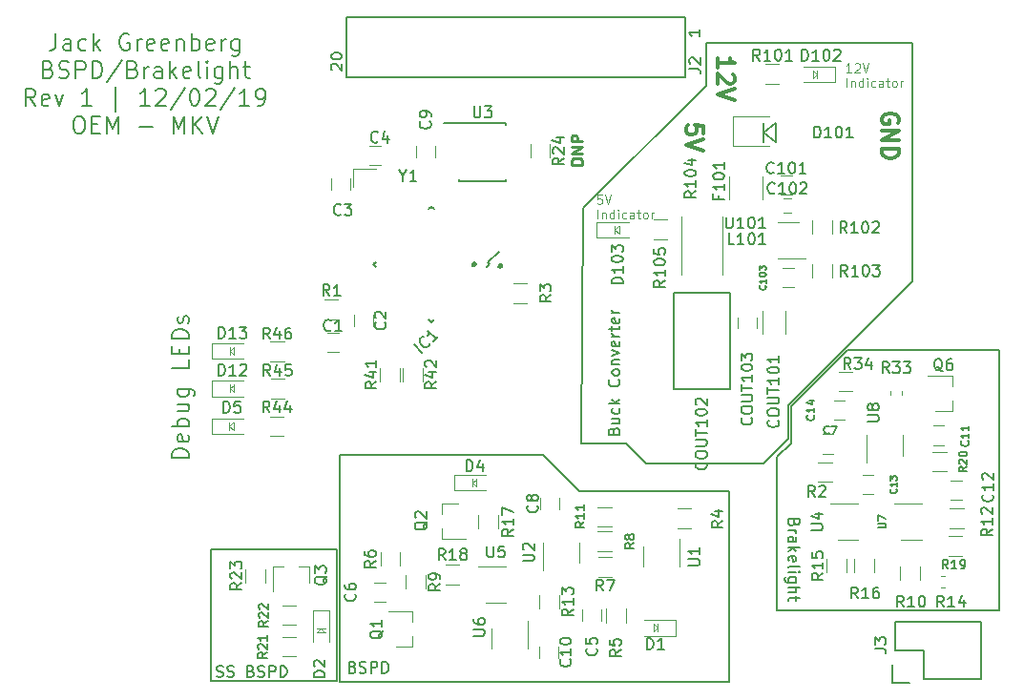
<source format=gto>
G04 #@! TF.GenerationSoftware,KiCad,Pcbnew,(5.1.4-0-10_14)*
G04 #@! TF.CreationDate,2020-01-14T22:42:26-05:00*
G04 #@! TF.ProjectId,Brakelight_Shutdown_BSPD,4272616b-656c-4696-9768-745f53687574,rev?*
G04 #@! TF.SameCoordinates,Original*
G04 #@! TF.FileFunction,Legend,Top*
G04 #@! TF.FilePolarity,Positive*
%FSLAX46Y46*%
G04 Gerber Fmt 4.6, Leading zero omitted, Abs format (unit mm)*
G04 Created by KiCad (PCBNEW (5.1.4-0-10_14)) date 2020-01-14 22:42:26*
%MOMM*%
%LPD*%
G04 APERTURE LIST*
%ADD10C,0.200000*%
%ADD11C,0.150000*%
%ADD12C,0.100000*%
%ADD13C,0.250000*%
%ADD14C,0.300000*%
%ADD15C,0.120000*%
%ADD16C,0.500000*%
G04 APERTURE END LIST*
D10*
X119178571Y-80685714D02*
X117678571Y-80685714D01*
X117678571Y-80328571D01*
X117750000Y-80114285D01*
X117892857Y-79971428D01*
X118035714Y-79900000D01*
X118321428Y-79828571D01*
X118535714Y-79828571D01*
X118821428Y-79900000D01*
X118964285Y-79971428D01*
X119107142Y-80114285D01*
X119178571Y-80328571D01*
X119178571Y-80685714D01*
X119107142Y-78614285D02*
X119178571Y-78757142D01*
X119178571Y-79042857D01*
X119107142Y-79185714D01*
X118964285Y-79257142D01*
X118392857Y-79257142D01*
X118250000Y-79185714D01*
X118178571Y-79042857D01*
X118178571Y-78757142D01*
X118250000Y-78614285D01*
X118392857Y-78542857D01*
X118535714Y-78542857D01*
X118678571Y-79257142D01*
X119178571Y-77900000D02*
X117678571Y-77900000D01*
X118250000Y-77900000D02*
X118178571Y-77757142D01*
X118178571Y-77471428D01*
X118250000Y-77328571D01*
X118321428Y-77257142D01*
X118464285Y-77185714D01*
X118892857Y-77185714D01*
X119035714Y-77257142D01*
X119107142Y-77328571D01*
X119178571Y-77471428D01*
X119178571Y-77757142D01*
X119107142Y-77900000D01*
X118178571Y-75900000D02*
X119178571Y-75900000D01*
X118178571Y-76542857D02*
X118964285Y-76542857D01*
X119107142Y-76471428D01*
X119178571Y-76328571D01*
X119178571Y-76114285D01*
X119107142Y-75971428D01*
X119035714Y-75900000D01*
X118178571Y-74542857D02*
X119392857Y-74542857D01*
X119535714Y-74614285D01*
X119607142Y-74685714D01*
X119678571Y-74828571D01*
X119678571Y-75042857D01*
X119607142Y-75185714D01*
X119107142Y-74542857D02*
X119178571Y-74685714D01*
X119178571Y-74971428D01*
X119107142Y-75114285D01*
X119035714Y-75185714D01*
X118892857Y-75257142D01*
X118464285Y-75257142D01*
X118321428Y-75185714D01*
X118250000Y-75114285D01*
X118178571Y-74971428D01*
X118178571Y-74685714D01*
X118250000Y-74542857D01*
X119178571Y-71971428D02*
X119178571Y-72685714D01*
X117678571Y-72685714D01*
X118392857Y-71471428D02*
X118392857Y-70971428D01*
X119178571Y-70757142D02*
X119178571Y-71471428D01*
X117678571Y-71471428D01*
X117678571Y-70757142D01*
X119178571Y-70114285D02*
X117678571Y-70114285D01*
X117678571Y-69757142D01*
X117750000Y-69542857D01*
X117892857Y-69400000D01*
X118035714Y-69328571D01*
X118321428Y-69257142D01*
X118535714Y-69257142D01*
X118821428Y-69328571D01*
X118964285Y-69400000D01*
X119107142Y-69542857D01*
X119178571Y-69757142D01*
X119178571Y-70114285D01*
X119107142Y-68685714D02*
X119178571Y-68542857D01*
X119178571Y-68257142D01*
X119107142Y-68114285D01*
X118964285Y-68042857D01*
X118892857Y-68042857D01*
X118750000Y-68114285D01*
X118678571Y-68257142D01*
X118678571Y-68471428D01*
X118607142Y-68614285D01*
X118464285Y-68685714D01*
X118392857Y-68685714D01*
X118250000Y-68614285D01*
X118178571Y-68471428D01*
X118178571Y-68257142D01*
X118250000Y-68114285D01*
D11*
X171400000Y-94200000D02*
X171800000Y-94200000D01*
X171400000Y-80600000D02*
X171400000Y-94200000D01*
X172600000Y-79400000D02*
X171400000Y-80600000D01*
X172600000Y-76100000D02*
X172600000Y-79400000D01*
X177600000Y-71100000D02*
X172600000Y-76100000D01*
X191100000Y-71100000D02*
X177600000Y-71100000D01*
X191100000Y-94200000D02*
X191100000Y-71100000D01*
X171800000Y-94200000D02*
X191100000Y-94200000D01*
X165100000Y-47600000D02*
X165100000Y-43794000D01*
X154200000Y-58500000D02*
X165100000Y-47600000D01*
X154000000Y-79400000D02*
X154200000Y-58500000D01*
X155000000Y-79400000D02*
X154000000Y-79400000D01*
X158000000Y-79400000D02*
X155000000Y-79400000D01*
X159800000Y-81200000D02*
X158000000Y-79400000D01*
X170168000Y-81200000D02*
X159800000Y-81200000D01*
X172368000Y-79000000D02*
X170168000Y-81200000D01*
X172368000Y-76000000D02*
X172368000Y-79000000D01*
X183368000Y-65000000D02*
X172368000Y-76000000D01*
X183368000Y-43794000D02*
X183368000Y-65000000D01*
X132600000Y-80400000D02*
X132600000Y-80518000D01*
X150600000Y-80400000D02*
X132600000Y-80400000D01*
X153800000Y-83600000D02*
X150600000Y-80400000D01*
X167132000Y-83600000D02*
X153800000Y-83600000D01*
X167132000Y-100584000D02*
X167132000Y-83600000D01*
D12*
X155830428Y-57331904D02*
X155449476Y-57331904D01*
X155411380Y-57712857D01*
X155449476Y-57674761D01*
X155525666Y-57636666D01*
X155716142Y-57636666D01*
X155792333Y-57674761D01*
X155830428Y-57712857D01*
X155868523Y-57789047D01*
X155868523Y-57979523D01*
X155830428Y-58055714D01*
X155792333Y-58093809D01*
X155716142Y-58131904D01*
X155525666Y-58131904D01*
X155449476Y-58093809D01*
X155411380Y-58055714D01*
X156097095Y-57331904D02*
X156363761Y-58131904D01*
X156630428Y-57331904D01*
X155449476Y-59431904D02*
X155449476Y-58631904D01*
X155830428Y-58898571D02*
X155830428Y-59431904D01*
X155830428Y-58974761D02*
X155868523Y-58936666D01*
X155944714Y-58898571D01*
X156059000Y-58898571D01*
X156135190Y-58936666D01*
X156173285Y-59012857D01*
X156173285Y-59431904D01*
X156897095Y-59431904D02*
X156897095Y-58631904D01*
X156897095Y-59393809D02*
X156820904Y-59431904D01*
X156668523Y-59431904D01*
X156592333Y-59393809D01*
X156554238Y-59355714D01*
X156516142Y-59279523D01*
X156516142Y-59050952D01*
X156554238Y-58974761D01*
X156592333Y-58936666D01*
X156668523Y-58898571D01*
X156820904Y-58898571D01*
X156897095Y-58936666D01*
X157278047Y-59431904D02*
X157278047Y-58898571D01*
X157278047Y-58631904D02*
X157239952Y-58670000D01*
X157278047Y-58708095D01*
X157316142Y-58670000D01*
X157278047Y-58631904D01*
X157278047Y-58708095D01*
X158001857Y-59393809D02*
X157925666Y-59431904D01*
X157773285Y-59431904D01*
X157697095Y-59393809D01*
X157659000Y-59355714D01*
X157620904Y-59279523D01*
X157620904Y-59050952D01*
X157659000Y-58974761D01*
X157697095Y-58936666D01*
X157773285Y-58898571D01*
X157925666Y-58898571D01*
X158001857Y-58936666D01*
X158687571Y-59431904D02*
X158687571Y-59012857D01*
X158649476Y-58936666D01*
X158573285Y-58898571D01*
X158420904Y-58898571D01*
X158344714Y-58936666D01*
X158687571Y-59393809D02*
X158611380Y-59431904D01*
X158420904Y-59431904D01*
X158344714Y-59393809D01*
X158306619Y-59317619D01*
X158306619Y-59241428D01*
X158344714Y-59165238D01*
X158420904Y-59127142D01*
X158611380Y-59127142D01*
X158687571Y-59089047D01*
X158954238Y-58898571D02*
X159259000Y-58898571D01*
X159068523Y-58631904D02*
X159068523Y-59317619D01*
X159106619Y-59393809D01*
X159182809Y-59431904D01*
X159259000Y-59431904D01*
X159639952Y-59431904D02*
X159563761Y-59393809D01*
X159525666Y-59355714D01*
X159487571Y-59279523D01*
X159487571Y-59050952D01*
X159525666Y-58974761D01*
X159563761Y-58936666D01*
X159639952Y-58898571D01*
X159754238Y-58898571D01*
X159830428Y-58936666D01*
X159868523Y-58974761D01*
X159906619Y-59050952D01*
X159906619Y-59279523D01*
X159868523Y-59355714D01*
X159830428Y-59393809D01*
X159754238Y-59431904D01*
X159639952Y-59431904D01*
X160249476Y-59431904D02*
X160249476Y-58898571D01*
X160249476Y-59050952D02*
X160287571Y-58974761D01*
X160325666Y-58936666D01*
X160401857Y-58898571D01*
X160478047Y-58898571D01*
X177966523Y-46447904D02*
X177509380Y-46447904D01*
X177737952Y-46447904D02*
X177737952Y-45647904D01*
X177661761Y-45762190D01*
X177585571Y-45838380D01*
X177509380Y-45876476D01*
X178271285Y-45724095D02*
X178309380Y-45686000D01*
X178385571Y-45647904D01*
X178576047Y-45647904D01*
X178652238Y-45686000D01*
X178690333Y-45724095D01*
X178728428Y-45800285D01*
X178728428Y-45876476D01*
X178690333Y-45990761D01*
X178233190Y-46447904D01*
X178728428Y-46447904D01*
X178957000Y-45647904D02*
X179223666Y-46447904D01*
X179490333Y-45647904D01*
X177547476Y-47747904D02*
X177547476Y-46947904D01*
X177928428Y-47214571D02*
X177928428Y-47747904D01*
X177928428Y-47290761D02*
X177966523Y-47252666D01*
X178042714Y-47214571D01*
X178157000Y-47214571D01*
X178233190Y-47252666D01*
X178271285Y-47328857D01*
X178271285Y-47747904D01*
X178995095Y-47747904D02*
X178995095Y-46947904D01*
X178995095Y-47709809D02*
X178918904Y-47747904D01*
X178766523Y-47747904D01*
X178690333Y-47709809D01*
X178652238Y-47671714D01*
X178614142Y-47595523D01*
X178614142Y-47366952D01*
X178652238Y-47290761D01*
X178690333Y-47252666D01*
X178766523Y-47214571D01*
X178918904Y-47214571D01*
X178995095Y-47252666D01*
X179376047Y-47747904D02*
X179376047Y-47214571D01*
X179376047Y-46947904D02*
X179337952Y-46986000D01*
X179376047Y-47024095D01*
X179414142Y-46986000D01*
X179376047Y-46947904D01*
X179376047Y-47024095D01*
X180099857Y-47709809D02*
X180023666Y-47747904D01*
X179871285Y-47747904D01*
X179795095Y-47709809D01*
X179757000Y-47671714D01*
X179718904Y-47595523D01*
X179718904Y-47366952D01*
X179757000Y-47290761D01*
X179795095Y-47252666D01*
X179871285Y-47214571D01*
X180023666Y-47214571D01*
X180099857Y-47252666D01*
X180785571Y-47747904D02*
X180785571Y-47328857D01*
X180747476Y-47252666D01*
X180671285Y-47214571D01*
X180518904Y-47214571D01*
X180442714Y-47252666D01*
X180785571Y-47709809D02*
X180709380Y-47747904D01*
X180518904Y-47747904D01*
X180442714Y-47709809D01*
X180404619Y-47633619D01*
X180404619Y-47557428D01*
X180442714Y-47481238D01*
X180518904Y-47443142D01*
X180709380Y-47443142D01*
X180785571Y-47405047D01*
X181052238Y-47214571D02*
X181357000Y-47214571D01*
X181166523Y-46947904D02*
X181166523Y-47633619D01*
X181204619Y-47709809D01*
X181280809Y-47747904D01*
X181357000Y-47747904D01*
X181737952Y-47747904D02*
X181661761Y-47709809D01*
X181623666Y-47671714D01*
X181585571Y-47595523D01*
X181585571Y-47366952D01*
X181623666Y-47290761D01*
X181661761Y-47252666D01*
X181737952Y-47214571D01*
X181852238Y-47214571D01*
X181928428Y-47252666D01*
X181966523Y-47290761D01*
X182004619Y-47366952D01*
X182004619Y-47595523D01*
X181966523Y-47671714D01*
X181928428Y-47709809D01*
X181852238Y-47747904D01*
X181737952Y-47747904D01*
X182347476Y-47747904D02*
X182347476Y-47214571D01*
X182347476Y-47366952D02*
X182385571Y-47290761D01*
X182423666Y-47252666D01*
X182499857Y-47214571D01*
X182576047Y-47214571D01*
D11*
X132588000Y-80518000D02*
X132588000Y-100584000D01*
X132588000Y-100584000D02*
X167132000Y-100584000D01*
D13*
X154122380Y-54625714D02*
X153122380Y-54625714D01*
X153122380Y-54387619D01*
X153170000Y-54244761D01*
X153265238Y-54149523D01*
X153360476Y-54101904D01*
X153550952Y-54054285D01*
X153693809Y-54054285D01*
X153884285Y-54101904D01*
X153979523Y-54149523D01*
X154074761Y-54244761D01*
X154122380Y-54387619D01*
X154122380Y-54625714D01*
X154122380Y-53625714D02*
X153122380Y-53625714D01*
X154122380Y-53054285D01*
X153122380Y-53054285D01*
X154122380Y-52578095D02*
X153122380Y-52578095D01*
X153122380Y-52197142D01*
X153170000Y-52101904D01*
X153217619Y-52054285D01*
X153312857Y-52006666D01*
X153455714Y-52006666D01*
X153550952Y-52054285D01*
X153598571Y-52101904D01*
X153646190Y-52197142D01*
X153646190Y-52578095D01*
D11*
X183368000Y-43794000D02*
X165080000Y-43794000D01*
D14*
X166102928Y-46053928D02*
X166102928Y-45196785D01*
X166102928Y-45625357D02*
X167602928Y-45625357D01*
X167388642Y-45482500D01*
X167245785Y-45339642D01*
X167174357Y-45196785D01*
X167460071Y-46625357D02*
X167531500Y-46696785D01*
X167602928Y-46839642D01*
X167602928Y-47196785D01*
X167531500Y-47339642D01*
X167460071Y-47411071D01*
X167317214Y-47482500D01*
X167174357Y-47482500D01*
X166960071Y-47411071D01*
X166102928Y-46553928D01*
X166102928Y-47482500D01*
X167602928Y-47911071D02*
X166102928Y-48411071D01*
X167602928Y-48911071D01*
X182106000Y-50927142D02*
X182177428Y-50784285D01*
X182177428Y-50570000D01*
X182106000Y-50355714D01*
X181963142Y-50212857D01*
X181820285Y-50141428D01*
X181534571Y-50070000D01*
X181320285Y-50070000D01*
X181034571Y-50141428D01*
X180891714Y-50212857D01*
X180748857Y-50355714D01*
X180677428Y-50570000D01*
X180677428Y-50712857D01*
X180748857Y-50927142D01*
X180820285Y-50998571D01*
X181320285Y-50998571D01*
X181320285Y-50712857D01*
X180677428Y-51641428D02*
X182177428Y-51641428D01*
X180677428Y-52498571D01*
X182177428Y-52498571D01*
X180677428Y-53212857D02*
X182177428Y-53212857D01*
X182177428Y-53570000D01*
X182106000Y-53784285D01*
X181963142Y-53927142D01*
X181820285Y-53998571D01*
X181534571Y-54070000D01*
X181320285Y-54070000D01*
X181034571Y-53998571D01*
X180891714Y-53927142D01*
X180748857Y-53784285D01*
X180677428Y-53570000D01*
X180677428Y-53212857D01*
X164808928Y-51903785D02*
X164808928Y-51189500D01*
X164094642Y-51118071D01*
X164166071Y-51189500D01*
X164237500Y-51332357D01*
X164237500Y-51689500D01*
X164166071Y-51832357D01*
X164094642Y-51903785D01*
X163951785Y-51975214D01*
X163594642Y-51975214D01*
X163451785Y-51903785D01*
X163380357Y-51832357D01*
X163308928Y-51689500D01*
X163308928Y-51332357D01*
X163380357Y-51189500D01*
X163451785Y-51118071D01*
X164808928Y-52403785D02*
X163308928Y-52903785D01*
X164808928Y-53403785D01*
D11*
X156900571Y-78294857D02*
X156948190Y-78152000D01*
X156995809Y-78104380D01*
X157091047Y-78056761D01*
X157233904Y-78056761D01*
X157329142Y-78104380D01*
X157376761Y-78152000D01*
X157424380Y-78247238D01*
X157424380Y-78628190D01*
X156424380Y-78628190D01*
X156424380Y-78294857D01*
X156472000Y-78199619D01*
X156519619Y-78152000D01*
X156614857Y-78104380D01*
X156710095Y-78104380D01*
X156805333Y-78152000D01*
X156852952Y-78199619D01*
X156900571Y-78294857D01*
X156900571Y-78628190D01*
X156757714Y-77199619D02*
X157424380Y-77199619D01*
X156757714Y-77628190D02*
X157281523Y-77628190D01*
X157376761Y-77580571D01*
X157424380Y-77485333D01*
X157424380Y-77342476D01*
X157376761Y-77247238D01*
X157329142Y-77199619D01*
X157376761Y-76294857D02*
X157424380Y-76390095D01*
X157424380Y-76580571D01*
X157376761Y-76675809D01*
X157329142Y-76723428D01*
X157233904Y-76771047D01*
X156948190Y-76771047D01*
X156852952Y-76723428D01*
X156805333Y-76675809D01*
X156757714Y-76580571D01*
X156757714Y-76390095D01*
X156805333Y-76294857D01*
X157424380Y-75866285D02*
X156424380Y-75866285D01*
X157043428Y-75771047D02*
X157424380Y-75485333D01*
X156757714Y-75485333D02*
X157138666Y-75866285D01*
X157329142Y-73723428D02*
X157376761Y-73771047D01*
X157424380Y-73913904D01*
X157424380Y-74009142D01*
X157376761Y-74152000D01*
X157281523Y-74247238D01*
X157186285Y-74294857D01*
X156995809Y-74342476D01*
X156852952Y-74342476D01*
X156662476Y-74294857D01*
X156567238Y-74247238D01*
X156472000Y-74152000D01*
X156424380Y-74009142D01*
X156424380Y-73913904D01*
X156472000Y-73771047D01*
X156519619Y-73723428D01*
X157424380Y-73152000D02*
X157376761Y-73247238D01*
X157329142Y-73294857D01*
X157233904Y-73342476D01*
X156948190Y-73342476D01*
X156852952Y-73294857D01*
X156805333Y-73247238D01*
X156757714Y-73152000D01*
X156757714Y-73009142D01*
X156805333Y-72913904D01*
X156852952Y-72866285D01*
X156948190Y-72818666D01*
X157233904Y-72818666D01*
X157329142Y-72866285D01*
X157376761Y-72913904D01*
X157424380Y-73009142D01*
X157424380Y-73152000D01*
X156757714Y-72390095D02*
X157424380Y-72390095D01*
X156852952Y-72390095D02*
X156805333Y-72342476D01*
X156757714Y-72247238D01*
X156757714Y-72104380D01*
X156805333Y-72009142D01*
X156900571Y-71961523D01*
X157424380Y-71961523D01*
X156757714Y-71580571D02*
X157424380Y-71342476D01*
X156757714Y-71104380D01*
X157376761Y-70342476D02*
X157424380Y-70437714D01*
X157424380Y-70628190D01*
X157376761Y-70723428D01*
X157281523Y-70771047D01*
X156900571Y-70771047D01*
X156805333Y-70723428D01*
X156757714Y-70628190D01*
X156757714Y-70437714D01*
X156805333Y-70342476D01*
X156900571Y-70294857D01*
X156995809Y-70294857D01*
X157091047Y-70771047D01*
X157424380Y-69866285D02*
X156757714Y-69866285D01*
X156948190Y-69866285D02*
X156852952Y-69818666D01*
X156805333Y-69771047D01*
X156757714Y-69675809D01*
X156757714Y-69580571D01*
X156757714Y-69390095D02*
X156757714Y-69009142D01*
X156424380Y-69247238D02*
X157281523Y-69247238D01*
X157376761Y-69199619D01*
X157424380Y-69104380D01*
X157424380Y-69009142D01*
X157376761Y-68294857D02*
X157424380Y-68390095D01*
X157424380Y-68580571D01*
X157376761Y-68675809D01*
X157281523Y-68723428D01*
X156900571Y-68723428D01*
X156805333Y-68675809D01*
X156757714Y-68580571D01*
X156757714Y-68390095D01*
X156805333Y-68294857D01*
X156900571Y-68247238D01*
X156995809Y-68247238D01*
X157091047Y-68723428D01*
X157424380Y-67818666D02*
X156757714Y-67818666D01*
X156948190Y-67818666D02*
X156852952Y-67771047D01*
X156805333Y-67723428D01*
X156757714Y-67628190D01*
X156757714Y-67532952D01*
X121161000Y-88783000D02*
X121288000Y-88783000D01*
X121650952Y-100066761D02*
X121793809Y-100114380D01*
X122031904Y-100114380D01*
X122127142Y-100066761D01*
X122174761Y-100019142D01*
X122222380Y-99923904D01*
X122222380Y-99828666D01*
X122174761Y-99733428D01*
X122127142Y-99685809D01*
X122031904Y-99638190D01*
X121841428Y-99590571D01*
X121746190Y-99542952D01*
X121698571Y-99495333D01*
X121650952Y-99400095D01*
X121650952Y-99304857D01*
X121698571Y-99209619D01*
X121746190Y-99162000D01*
X121841428Y-99114380D01*
X122079523Y-99114380D01*
X122222380Y-99162000D01*
X122603333Y-100066761D02*
X122746190Y-100114380D01*
X122984285Y-100114380D01*
X123079523Y-100066761D01*
X123127142Y-100019142D01*
X123174761Y-99923904D01*
X123174761Y-99828666D01*
X123127142Y-99733428D01*
X123079523Y-99685809D01*
X122984285Y-99638190D01*
X122793809Y-99590571D01*
X122698571Y-99542952D01*
X122650952Y-99495333D01*
X122603333Y-99400095D01*
X122603333Y-99304857D01*
X122650952Y-99209619D01*
X122698571Y-99162000D01*
X122793809Y-99114380D01*
X123031904Y-99114380D01*
X123174761Y-99162000D01*
X124698571Y-99590571D02*
X124841428Y-99638190D01*
X124889047Y-99685809D01*
X124936666Y-99781047D01*
X124936666Y-99923904D01*
X124889047Y-100019142D01*
X124841428Y-100066761D01*
X124746190Y-100114380D01*
X124365238Y-100114380D01*
X124365238Y-99114380D01*
X124698571Y-99114380D01*
X124793809Y-99162000D01*
X124841428Y-99209619D01*
X124889047Y-99304857D01*
X124889047Y-99400095D01*
X124841428Y-99495333D01*
X124793809Y-99542952D01*
X124698571Y-99590571D01*
X124365238Y-99590571D01*
X125317619Y-100066761D02*
X125460476Y-100114380D01*
X125698571Y-100114380D01*
X125793809Y-100066761D01*
X125841428Y-100019142D01*
X125889047Y-99923904D01*
X125889047Y-99828666D01*
X125841428Y-99733428D01*
X125793809Y-99685809D01*
X125698571Y-99638190D01*
X125508095Y-99590571D01*
X125412857Y-99542952D01*
X125365238Y-99495333D01*
X125317619Y-99400095D01*
X125317619Y-99304857D01*
X125365238Y-99209619D01*
X125412857Y-99162000D01*
X125508095Y-99114380D01*
X125746190Y-99114380D01*
X125889047Y-99162000D01*
X126317619Y-100114380D02*
X126317619Y-99114380D01*
X126698571Y-99114380D01*
X126793809Y-99162000D01*
X126841428Y-99209619D01*
X126889047Y-99304857D01*
X126889047Y-99447714D01*
X126841428Y-99542952D01*
X126793809Y-99590571D01*
X126698571Y-99638190D01*
X126317619Y-99638190D01*
X127317619Y-100114380D02*
X127317619Y-99114380D01*
X127555714Y-99114380D01*
X127698571Y-99162000D01*
X127793809Y-99257238D01*
X127841428Y-99352476D01*
X127889047Y-99542952D01*
X127889047Y-99685809D01*
X127841428Y-99876285D01*
X127793809Y-99971523D01*
X127698571Y-100066761D01*
X127555714Y-100114380D01*
X127317619Y-100114380D01*
X132337000Y-88783000D02*
X132337000Y-100467000D01*
X121288000Y-88783000D02*
X132337000Y-88783000D01*
X121161000Y-100467000D02*
X121161000Y-88783000D01*
X132337000Y-100467000D02*
X121161000Y-100467000D01*
X133723238Y-99242571D02*
X133866095Y-99290190D01*
X133913714Y-99337809D01*
X133961333Y-99433047D01*
X133961333Y-99575904D01*
X133913714Y-99671142D01*
X133866095Y-99718761D01*
X133770857Y-99766380D01*
X133389904Y-99766380D01*
X133389904Y-98766380D01*
X133723238Y-98766380D01*
X133818476Y-98814000D01*
X133866095Y-98861619D01*
X133913714Y-98956857D01*
X133913714Y-99052095D01*
X133866095Y-99147333D01*
X133818476Y-99194952D01*
X133723238Y-99242571D01*
X133389904Y-99242571D01*
X134342285Y-99718761D02*
X134485142Y-99766380D01*
X134723238Y-99766380D01*
X134818476Y-99718761D01*
X134866095Y-99671142D01*
X134913714Y-99575904D01*
X134913714Y-99480666D01*
X134866095Y-99385428D01*
X134818476Y-99337809D01*
X134723238Y-99290190D01*
X134532761Y-99242571D01*
X134437523Y-99194952D01*
X134389904Y-99147333D01*
X134342285Y-99052095D01*
X134342285Y-98956857D01*
X134389904Y-98861619D01*
X134437523Y-98814000D01*
X134532761Y-98766380D01*
X134770857Y-98766380D01*
X134913714Y-98814000D01*
X135342285Y-99766380D02*
X135342285Y-98766380D01*
X135723238Y-98766380D01*
X135818476Y-98814000D01*
X135866095Y-98861619D01*
X135913714Y-98956857D01*
X135913714Y-99099714D01*
X135866095Y-99194952D01*
X135818476Y-99242571D01*
X135723238Y-99290190D01*
X135342285Y-99290190D01*
X136342285Y-99766380D02*
X136342285Y-98766380D01*
X136580380Y-98766380D01*
X136723238Y-98814000D01*
X136818476Y-98909238D01*
X136866095Y-99004476D01*
X136913714Y-99194952D01*
X136913714Y-99337809D01*
X136866095Y-99528285D01*
X136818476Y-99623523D01*
X136723238Y-99718761D01*
X136580380Y-99766380D01*
X136342285Y-99766380D01*
D10*
X107387428Y-43001571D02*
X107387428Y-44073000D01*
X107316000Y-44287285D01*
X107173142Y-44430142D01*
X106958857Y-44501571D01*
X106816000Y-44501571D01*
X108744571Y-44501571D02*
X108744571Y-43715857D01*
X108673142Y-43573000D01*
X108530285Y-43501571D01*
X108244571Y-43501571D01*
X108101714Y-43573000D01*
X108744571Y-44430142D02*
X108601714Y-44501571D01*
X108244571Y-44501571D01*
X108101714Y-44430142D01*
X108030285Y-44287285D01*
X108030285Y-44144428D01*
X108101714Y-44001571D01*
X108244571Y-43930142D01*
X108601714Y-43930142D01*
X108744571Y-43858714D01*
X110101714Y-44430142D02*
X109958857Y-44501571D01*
X109673142Y-44501571D01*
X109530285Y-44430142D01*
X109458857Y-44358714D01*
X109387428Y-44215857D01*
X109387428Y-43787285D01*
X109458857Y-43644428D01*
X109530285Y-43573000D01*
X109673142Y-43501571D01*
X109958857Y-43501571D01*
X110101714Y-43573000D01*
X110744571Y-44501571D02*
X110744571Y-43001571D01*
X110887428Y-43930142D02*
X111316000Y-44501571D01*
X111316000Y-43501571D02*
X110744571Y-44073000D01*
X113887428Y-43073000D02*
X113744571Y-43001571D01*
X113530285Y-43001571D01*
X113316000Y-43073000D01*
X113173142Y-43215857D01*
X113101714Y-43358714D01*
X113030285Y-43644428D01*
X113030285Y-43858714D01*
X113101714Y-44144428D01*
X113173142Y-44287285D01*
X113316000Y-44430142D01*
X113530285Y-44501571D01*
X113673142Y-44501571D01*
X113887428Y-44430142D01*
X113958857Y-44358714D01*
X113958857Y-43858714D01*
X113673142Y-43858714D01*
X114601714Y-44501571D02*
X114601714Y-43501571D01*
X114601714Y-43787285D02*
X114673142Y-43644428D01*
X114744571Y-43573000D01*
X114887428Y-43501571D01*
X115030285Y-43501571D01*
X116101714Y-44430142D02*
X115958857Y-44501571D01*
X115673142Y-44501571D01*
X115530285Y-44430142D01*
X115458857Y-44287285D01*
X115458857Y-43715857D01*
X115530285Y-43573000D01*
X115673142Y-43501571D01*
X115958857Y-43501571D01*
X116101714Y-43573000D01*
X116173142Y-43715857D01*
X116173142Y-43858714D01*
X115458857Y-44001571D01*
X117387428Y-44430142D02*
X117244571Y-44501571D01*
X116958857Y-44501571D01*
X116816000Y-44430142D01*
X116744571Y-44287285D01*
X116744571Y-43715857D01*
X116816000Y-43573000D01*
X116958857Y-43501571D01*
X117244571Y-43501571D01*
X117387428Y-43573000D01*
X117458857Y-43715857D01*
X117458857Y-43858714D01*
X116744571Y-44001571D01*
X118101714Y-43501571D02*
X118101714Y-44501571D01*
X118101714Y-43644428D02*
X118173142Y-43573000D01*
X118316000Y-43501571D01*
X118530285Y-43501571D01*
X118673142Y-43573000D01*
X118744571Y-43715857D01*
X118744571Y-44501571D01*
X119458857Y-44501571D02*
X119458857Y-43001571D01*
X119458857Y-43573000D02*
X119601714Y-43501571D01*
X119887428Y-43501571D01*
X120030285Y-43573000D01*
X120101714Y-43644428D01*
X120173142Y-43787285D01*
X120173142Y-44215857D01*
X120101714Y-44358714D01*
X120030285Y-44430142D01*
X119887428Y-44501571D01*
X119601714Y-44501571D01*
X119458857Y-44430142D01*
X121387428Y-44430142D02*
X121244571Y-44501571D01*
X120958857Y-44501571D01*
X120816000Y-44430142D01*
X120744571Y-44287285D01*
X120744571Y-43715857D01*
X120816000Y-43573000D01*
X120958857Y-43501571D01*
X121244571Y-43501571D01*
X121387428Y-43573000D01*
X121458857Y-43715857D01*
X121458857Y-43858714D01*
X120744571Y-44001571D01*
X122101714Y-44501571D02*
X122101714Y-43501571D01*
X122101714Y-43787285D02*
X122173142Y-43644428D01*
X122244571Y-43573000D01*
X122387428Y-43501571D01*
X122530285Y-43501571D01*
X123673142Y-43501571D02*
X123673142Y-44715857D01*
X123601714Y-44858714D01*
X123530285Y-44930142D01*
X123387428Y-45001571D01*
X123173142Y-45001571D01*
X123030285Y-44930142D01*
X123673142Y-44430142D02*
X123530285Y-44501571D01*
X123244571Y-44501571D01*
X123101714Y-44430142D01*
X123030285Y-44358714D01*
X122958857Y-44215857D01*
X122958857Y-43787285D01*
X123030285Y-43644428D01*
X123101714Y-43573000D01*
X123244571Y-43501571D01*
X123530285Y-43501571D01*
X123673142Y-43573000D01*
X106744571Y-46165857D02*
X106958857Y-46237285D01*
X107030285Y-46308714D01*
X107101714Y-46451571D01*
X107101714Y-46665857D01*
X107030285Y-46808714D01*
X106958857Y-46880142D01*
X106816000Y-46951571D01*
X106244571Y-46951571D01*
X106244571Y-45451571D01*
X106744571Y-45451571D01*
X106887428Y-45523000D01*
X106958857Y-45594428D01*
X107030285Y-45737285D01*
X107030285Y-45880142D01*
X106958857Y-46023000D01*
X106887428Y-46094428D01*
X106744571Y-46165857D01*
X106244571Y-46165857D01*
X107673142Y-46880142D02*
X107887428Y-46951571D01*
X108244571Y-46951571D01*
X108387428Y-46880142D01*
X108458857Y-46808714D01*
X108530285Y-46665857D01*
X108530285Y-46523000D01*
X108458857Y-46380142D01*
X108387428Y-46308714D01*
X108244571Y-46237285D01*
X107958857Y-46165857D01*
X107816000Y-46094428D01*
X107744571Y-46023000D01*
X107673142Y-45880142D01*
X107673142Y-45737285D01*
X107744571Y-45594428D01*
X107816000Y-45523000D01*
X107958857Y-45451571D01*
X108316000Y-45451571D01*
X108530285Y-45523000D01*
X109173142Y-46951571D02*
X109173142Y-45451571D01*
X109744571Y-45451571D01*
X109887428Y-45523000D01*
X109958857Y-45594428D01*
X110030285Y-45737285D01*
X110030285Y-45951571D01*
X109958857Y-46094428D01*
X109887428Y-46165857D01*
X109744571Y-46237285D01*
X109173142Y-46237285D01*
X110673142Y-46951571D02*
X110673142Y-45451571D01*
X111030285Y-45451571D01*
X111244571Y-45523000D01*
X111387428Y-45665857D01*
X111458857Y-45808714D01*
X111530285Y-46094428D01*
X111530285Y-46308714D01*
X111458857Y-46594428D01*
X111387428Y-46737285D01*
X111244571Y-46880142D01*
X111030285Y-46951571D01*
X110673142Y-46951571D01*
X113244571Y-45380142D02*
X111958857Y-47308714D01*
X114244571Y-46165857D02*
X114458857Y-46237285D01*
X114530285Y-46308714D01*
X114601714Y-46451571D01*
X114601714Y-46665857D01*
X114530285Y-46808714D01*
X114458857Y-46880142D01*
X114316000Y-46951571D01*
X113744571Y-46951571D01*
X113744571Y-45451571D01*
X114244571Y-45451571D01*
X114387428Y-45523000D01*
X114458857Y-45594428D01*
X114530285Y-45737285D01*
X114530285Y-45880142D01*
X114458857Y-46023000D01*
X114387428Y-46094428D01*
X114244571Y-46165857D01*
X113744571Y-46165857D01*
X115244571Y-46951571D02*
X115244571Y-45951571D01*
X115244571Y-46237285D02*
X115316000Y-46094428D01*
X115387428Y-46023000D01*
X115530285Y-45951571D01*
X115673142Y-45951571D01*
X116816000Y-46951571D02*
X116816000Y-46165857D01*
X116744571Y-46023000D01*
X116601714Y-45951571D01*
X116316000Y-45951571D01*
X116173142Y-46023000D01*
X116816000Y-46880142D02*
X116673142Y-46951571D01*
X116316000Y-46951571D01*
X116173142Y-46880142D01*
X116101714Y-46737285D01*
X116101714Y-46594428D01*
X116173142Y-46451571D01*
X116316000Y-46380142D01*
X116673142Y-46380142D01*
X116816000Y-46308714D01*
X117530285Y-46951571D02*
X117530285Y-45451571D01*
X117673142Y-46380142D02*
X118101714Y-46951571D01*
X118101714Y-45951571D02*
X117530285Y-46523000D01*
X119316000Y-46880142D02*
X119173142Y-46951571D01*
X118887428Y-46951571D01*
X118744571Y-46880142D01*
X118673142Y-46737285D01*
X118673142Y-46165857D01*
X118744571Y-46023000D01*
X118887428Y-45951571D01*
X119173142Y-45951571D01*
X119316000Y-46023000D01*
X119387428Y-46165857D01*
X119387428Y-46308714D01*
X118673142Y-46451571D01*
X120244571Y-46951571D02*
X120101714Y-46880142D01*
X120030285Y-46737285D01*
X120030285Y-45451571D01*
X120816000Y-46951571D02*
X120816000Y-45951571D01*
X120816000Y-45451571D02*
X120744571Y-45523000D01*
X120816000Y-45594428D01*
X120887428Y-45523000D01*
X120816000Y-45451571D01*
X120816000Y-45594428D01*
X122173142Y-45951571D02*
X122173142Y-47165857D01*
X122101714Y-47308714D01*
X122030285Y-47380142D01*
X121887428Y-47451571D01*
X121673142Y-47451571D01*
X121530285Y-47380142D01*
X122173142Y-46880142D02*
X122030285Y-46951571D01*
X121744571Y-46951571D01*
X121601714Y-46880142D01*
X121530285Y-46808714D01*
X121458857Y-46665857D01*
X121458857Y-46237285D01*
X121530285Y-46094428D01*
X121601714Y-46023000D01*
X121744571Y-45951571D01*
X122030285Y-45951571D01*
X122173142Y-46023000D01*
X122887428Y-46951571D02*
X122887428Y-45451571D01*
X123530285Y-46951571D02*
X123530285Y-46165857D01*
X123458857Y-46023000D01*
X123316000Y-45951571D01*
X123101714Y-45951571D01*
X122958857Y-46023000D01*
X122887428Y-46094428D01*
X124030285Y-45951571D02*
X124601714Y-45951571D01*
X124244571Y-45451571D02*
X124244571Y-46737285D01*
X124316000Y-46880142D01*
X124458857Y-46951571D01*
X124601714Y-46951571D01*
X105566000Y-49401571D02*
X105066000Y-48687285D01*
X104708857Y-49401571D02*
X104708857Y-47901571D01*
X105280285Y-47901571D01*
X105423142Y-47973000D01*
X105494571Y-48044428D01*
X105566000Y-48187285D01*
X105566000Y-48401571D01*
X105494571Y-48544428D01*
X105423142Y-48615857D01*
X105280285Y-48687285D01*
X104708857Y-48687285D01*
X106780285Y-49330142D02*
X106637428Y-49401571D01*
X106351714Y-49401571D01*
X106208857Y-49330142D01*
X106137428Y-49187285D01*
X106137428Y-48615857D01*
X106208857Y-48473000D01*
X106351714Y-48401571D01*
X106637428Y-48401571D01*
X106780285Y-48473000D01*
X106851714Y-48615857D01*
X106851714Y-48758714D01*
X106137428Y-48901571D01*
X107351714Y-48401571D02*
X107708857Y-49401571D01*
X108066000Y-48401571D01*
X110566000Y-49401571D02*
X109708857Y-49401571D01*
X110137428Y-49401571D02*
X110137428Y-47901571D01*
X109994571Y-48115857D01*
X109851714Y-48258714D01*
X109708857Y-48330142D01*
X112708857Y-49901571D02*
X112708857Y-47758714D01*
X115708857Y-49401571D02*
X114851714Y-49401571D01*
X115280285Y-49401571D02*
X115280285Y-47901571D01*
X115137428Y-48115857D01*
X114994571Y-48258714D01*
X114851714Y-48330142D01*
X116280285Y-48044428D02*
X116351714Y-47973000D01*
X116494571Y-47901571D01*
X116851714Y-47901571D01*
X116994571Y-47973000D01*
X117066000Y-48044428D01*
X117137428Y-48187285D01*
X117137428Y-48330142D01*
X117066000Y-48544428D01*
X116208857Y-49401571D01*
X117137428Y-49401571D01*
X118851714Y-47830142D02*
X117566000Y-49758714D01*
X119637428Y-47901571D02*
X119780285Y-47901571D01*
X119923142Y-47973000D01*
X119994571Y-48044428D01*
X120066000Y-48187285D01*
X120137428Y-48473000D01*
X120137428Y-48830142D01*
X120066000Y-49115857D01*
X119994571Y-49258714D01*
X119923142Y-49330142D01*
X119780285Y-49401571D01*
X119637428Y-49401571D01*
X119494571Y-49330142D01*
X119423142Y-49258714D01*
X119351714Y-49115857D01*
X119280285Y-48830142D01*
X119280285Y-48473000D01*
X119351714Y-48187285D01*
X119423142Y-48044428D01*
X119494571Y-47973000D01*
X119637428Y-47901571D01*
X120708857Y-48044428D02*
X120780285Y-47973000D01*
X120923142Y-47901571D01*
X121280285Y-47901571D01*
X121423142Y-47973000D01*
X121494571Y-48044428D01*
X121566000Y-48187285D01*
X121566000Y-48330142D01*
X121494571Y-48544428D01*
X120637428Y-49401571D01*
X121566000Y-49401571D01*
X123280285Y-47830142D02*
X121994571Y-49758714D01*
X124566000Y-49401571D02*
X123708857Y-49401571D01*
X124137428Y-49401571D02*
X124137428Y-47901571D01*
X123994571Y-48115857D01*
X123851714Y-48258714D01*
X123708857Y-48330142D01*
X125280285Y-49401571D02*
X125566000Y-49401571D01*
X125708857Y-49330142D01*
X125780285Y-49258714D01*
X125923142Y-49044428D01*
X125994571Y-48758714D01*
X125994571Y-48187285D01*
X125923142Y-48044428D01*
X125851714Y-47973000D01*
X125708857Y-47901571D01*
X125423142Y-47901571D01*
X125280285Y-47973000D01*
X125208857Y-48044428D01*
X125137428Y-48187285D01*
X125137428Y-48544428D01*
X125208857Y-48687285D01*
X125280285Y-48758714D01*
X125423142Y-48830142D01*
X125708857Y-48830142D01*
X125851714Y-48758714D01*
X125923142Y-48687285D01*
X125994571Y-48544428D01*
X109316000Y-50351571D02*
X109601714Y-50351571D01*
X109744571Y-50423000D01*
X109887428Y-50565857D01*
X109958857Y-50851571D01*
X109958857Y-51351571D01*
X109887428Y-51637285D01*
X109744571Y-51780142D01*
X109601714Y-51851571D01*
X109316000Y-51851571D01*
X109173142Y-51780142D01*
X109030285Y-51637285D01*
X108958857Y-51351571D01*
X108958857Y-50851571D01*
X109030285Y-50565857D01*
X109173142Y-50423000D01*
X109316000Y-50351571D01*
X110601714Y-51065857D02*
X111101714Y-51065857D01*
X111316000Y-51851571D02*
X110601714Y-51851571D01*
X110601714Y-50351571D01*
X111316000Y-50351571D01*
X111958857Y-51851571D02*
X111958857Y-50351571D01*
X112458857Y-51423000D01*
X112958857Y-50351571D01*
X112958857Y-51851571D01*
X114816000Y-51280142D02*
X115958857Y-51280142D01*
X117815999Y-51851571D02*
X117815999Y-50351571D01*
X118315999Y-51423000D01*
X118815999Y-50351571D01*
X118815999Y-51851571D01*
X119530285Y-51851571D02*
X119530285Y-50351571D01*
X120387428Y-51851571D02*
X119744571Y-50994428D01*
X120387428Y-50351571D02*
X119530285Y-51208714D01*
X120816000Y-50351571D02*
X121316000Y-51851571D01*
X121816000Y-50351571D01*
D11*
X172919428Y-86427714D02*
X172871809Y-86570571D01*
X172824190Y-86618190D01*
X172728952Y-86665809D01*
X172586095Y-86665809D01*
X172490857Y-86618190D01*
X172443238Y-86570571D01*
X172395619Y-86475333D01*
X172395619Y-86094380D01*
X173395619Y-86094380D01*
X173395619Y-86427714D01*
X173348000Y-86522952D01*
X173300380Y-86570571D01*
X173205142Y-86618190D01*
X173109904Y-86618190D01*
X173014666Y-86570571D01*
X172967047Y-86522952D01*
X172919428Y-86427714D01*
X172919428Y-86094380D01*
X172395619Y-87094380D02*
X173062285Y-87094380D01*
X172871809Y-87094380D02*
X172967047Y-87142000D01*
X173014666Y-87189619D01*
X173062285Y-87284857D01*
X173062285Y-87380095D01*
X172395619Y-88142000D02*
X172919428Y-88142000D01*
X173014666Y-88094380D01*
X173062285Y-87999142D01*
X173062285Y-87808666D01*
X173014666Y-87713428D01*
X172443238Y-88142000D02*
X172395619Y-88046761D01*
X172395619Y-87808666D01*
X172443238Y-87713428D01*
X172538476Y-87665809D01*
X172633714Y-87665809D01*
X172728952Y-87713428D01*
X172776571Y-87808666D01*
X172776571Y-88046761D01*
X172824190Y-88142000D01*
X172395619Y-88618190D02*
X173395619Y-88618190D01*
X172776571Y-88713428D02*
X172395619Y-88999142D01*
X173062285Y-88999142D02*
X172681333Y-88618190D01*
X172443238Y-89808666D02*
X172395619Y-89713428D01*
X172395619Y-89522952D01*
X172443238Y-89427714D01*
X172538476Y-89380095D01*
X172919428Y-89380095D01*
X173014666Y-89427714D01*
X173062285Y-89522952D01*
X173062285Y-89713428D01*
X173014666Y-89808666D01*
X172919428Y-89856285D01*
X172824190Y-89856285D01*
X172728952Y-89380095D01*
X172395619Y-90427714D02*
X172443238Y-90332476D01*
X172538476Y-90284857D01*
X173395619Y-90284857D01*
X172395619Y-90808666D02*
X173062285Y-90808666D01*
X173395619Y-90808666D02*
X173348000Y-90761047D01*
X173300380Y-90808666D01*
X173348000Y-90856285D01*
X173395619Y-90808666D01*
X173300380Y-90808666D01*
X173062285Y-91713428D02*
X172252761Y-91713428D01*
X172157523Y-91665809D01*
X172109904Y-91618190D01*
X172062285Y-91522952D01*
X172062285Y-91380095D01*
X172109904Y-91284857D01*
X172443238Y-91713428D02*
X172395619Y-91618190D01*
X172395619Y-91427714D01*
X172443238Y-91332476D01*
X172490857Y-91284857D01*
X172586095Y-91237238D01*
X172871809Y-91237238D01*
X172967047Y-91284857D01*
X173014666Y-91332476D01*
X173062285Y-91427714D01*
X173062285Y-91618190D01*
X173014666Y-91713428D01*
X172395619Y-92189619D02*
X173395619Y-92189619D01*
X172395619Y-92618190D02*
X172919428Y-92618190D01*
X173014666Y-92570571D01*
X173062285Y-92475333D01*
X173062285Y-92332476D01*
X173014666Y-92237238D01*
X172967047Y-92189619D01*
X173062285Y-92951523D02*
X173062285Y-93332476D01*
X173395619Y-93094380D02*
X172538476Y-93094380D01*
X172443238Y-93142000D01*
X172395619Y-93237238D01*
X172395619Y-93332476D01*
D15*
X127602500Y-78743900D02*
X126402500Y-78743900D01*
X126402500Y-76983900D02*
X127602500Y-76983900D01*
X126453300Y-73625000D02*
X127653300Y-73625000D01*
X127653300Y-75385000D02*
X126453300Y-75385000D01*
X121240100Y-70491500D02*
X124040100Y-70491500D01*
X121240100Y-71891500D02*
X124040100Y-71891500D01*
X121240100Y-70491500D02*
X121240100Y-71891500D01*
D12*
X122840100Y-71191500D02*
X123140100Y-70891500D01*
X123140100Y-70891500D02*
X123190100Y-70841500D01*
X123190100Y-70841500D02*
X123190100Y-71491500D01*
X123190100Y-71541500D02*
X123190100Y-71491500D01*
X123190100Y-71491500D02*
X123190100Y-71541500D01*
X123190100Y-71541500D02*
X122840100Y-71191500D01*
X122840100Y-71191500D02*
X122840100Y-70841500D01*
X122840100Y-71541500D02*
X122840100Y-71191500D01*
D15*
X127640600Y-72071500D02*
X126440600Y-72071500D01*
X126440600Y-70311500D02*
X127640600Y-70311500D01*
X121202000Y-77163900D02*
X124002000Y-77163900D01*
X121202000Y-78563900D02*
X124002000Y-78563900D01*
X121202000Y-77163900D02*
X121202000Y-78563900D01*
D12*
X122802000Y-77863900D02*
X123102000Y-77563900D01*
X123102000Y-77563900D02*
X123152000Y-77513900D01*
X123152000Y-77513900D02*
X123152000Y-78163900D01*
X123152000Y-78213900D02*
X123152000Y-78163900D01*
X123152000Y-78163900D02*
X123152000Y-78213900D01*
X123152000Y-78213900D02*
X122802000Y-77863900D01*
X122802000Y-77863900D02*
X122802000Y-77513900D01*
X122802000Y-78213900D02*
X122802000Y-77863900D01*
X122852800Y-74855000D02*
X122852800Y-74505000D01*
X122852800Y-74505000D02*
X122852800Y-74155000D01*
X123202800Y-74855000D02*
X122852800Y-74505000D01*
X123202800Y-74805000D02*
X123202800Y-74855000D01*
X123202800Y-74855000D02*
X123202800Y-74805000D01*
X123202800Y-74155000D02*
X123202800Y-74805000D01*
X123152800Y-74205000D02*
X123202800Y-74155000D01*
X122852800Y-74505000D02*
X123152800Y-74205000D01*
D15*
X121252800Y-73805000D02*
X121252800Y-75205000D01*
X121252800Y-75205000D02*
X124052800Y-75205000D01*
X121252800Y-73805000D02*
X124052800Y-73805000D01*
X151248000Y-52806000D02*
X151248000Y-54006000D01*
X149488000Y-54006000D02*
X149488000Y-52806000D01*
D11*
X143175784Y-50926916D02*
X143175784Y-50976916D01*
X147325784Y-50926916D02*
X147325784Y-51071916D01*
X147325784Y-56076916D02*
X147325784Y-55931916D01*
X143175784Y-56076916D02*
X143175784Y-55931916D01*
X143175784Y-50926916D02*
X147325784Y-50926916D01*
X143175784Y-56076916D02*
X147325784Y-56076916D01*
X143175784Y-50976916D02*
X141775784Y-50976916D01*
D15*
X139372000Y-52954000D02*
X139372000Y-53954000D01*
X141072000Y-53954000D02*
X141072000Y-52954000D01*
D16*
X144520548Y-63482039D02*
G75*
G03X144520548Y-63482039I-50801J0D01*
G01*
X146855414Y-63625724D02*
G75*
G03X146855414Y-63625724I-50800J0D01*
G01*
D11*
X145842524Y-63500000D02*
X145683425Y-63340901D01*
X140716000Y-68626524D02*
X140486190Y-68396714D01*
X135589476Y-63500000D02*
X135819286Y-63729810D01*
X140716000Y-58373476D02*
X140945810Y-58603286D01*
X145842524Y-63500000D02*
X145612714Y-63729810D01*
X140716000Y-58373476D02*
X140486190Y-58603286D01*
X135589476Y-63500000D02*
X135819286Y-63270190D01*
X140716000Y-68626524D02*
X140945810Y-68396714D01*
X145683425Y-63340901D02*
X146691052Y-62333274D01*
D15*
X133888000Y-67961000D02*
X133888000Y-68961000D01*
X135588000Y-68961000D02*
X135588000Y-67961000D01*
X132458934Y-69602717D02*
X131458934Y-69602717D01*
X131458934Y-71302717D02*
X132458934Y-71302717D01*
X147990000Y-65160000D02*
X149190000Y-65160000D01*
X149190000Y-66920000D02*
X147990000Y-66920000D01*
X133539600Y-56888000D02*
X133539600Y-55888000D01*
X131839600Y-55888000D02*
X131839600Y-56888000D01*
X131250434Y-66588217D02*
X132450434Y-66588217D01*
X132450434Y-68348217D02*
X131250434Y-68348217D01*
X137920116Y-72684932D02*
X137920116Y-73884932D01*
X136160116Y-73884932D02*
X136160116Y-72684932D01*
D12*
X133775143Y-55020161D02*
X135775143Y-55020161D01*
X133775143Y-55020161D02*
X133775143Y-56620161D01*
D15*
X135240343Y-54701561D02*
X136240343Y-54701561D01*
X136240343Y-53001561D02*
X135240343Y-53001561D01*
X138180674Y-73877860D02*
X138180674Y-72677860D01*
X139940674Y-72677860D02*
X139940674Y-73877860D01*
D11*
X184404000Y-100330000D02*
X189484000Y-100330000D01*
X181584000Y-100610000D02*
X181584000Y-99060000D01*
X181864000Y-97790000D02*
X184404000Y-97790000D01*
X184404000Y-97790000D02*
X184404000Y-100330000D01*
X189484000Y-100330000D02*
X189484000Y-95250000D01*
X189484000Y-95250000D02*
X184404000Y-95250000D01*
X181584000Y-100610000D02*
X183134000Y-100610000D01*
X181864000Y-95250000D02*
X181864000Y-97790000D01*
X184404000Y-95250000D02*
X181864000Y-95250000D01*
D12*
X174950500Y-46264500D02*
X174950500Y-46614500D01*
X174950500Y-46614500D02*
X174950500Y-46964500D01*
X174600500Y-46264500D02*
X174950500Y-46614500D01*
X174600500Y-46314500D02*
X174600500Y-46264500D01*
X174600500Y-46264500D02*
X174600500Y-46314500D01*
X174600500Y-46964500D02*
X174600500Y-46314500D01*
X174650500Y-46914500D02*
X174600500Y-46964500D01*
X174950500Y-46614500D02*
X174650500Y-46914500D01*
D15*
X176550500Y-47314500D02*
X176550500Y-45914500D01*
X176550500Y-45914500D02*
X173750500Y-45914500D01*
X176550500Y-47314500D02*
X173750500Y-47314500D01*
X171869500Y-65536300D02*
X172869500Y-65536300D01*
X172869500Y-63836300D02*
X171869500Y-63836300D01*
X171940000Y-57672800D02*
X172640000Y-57672800D01*
X172640000Y-58872800D02*
X171940000Y-58872800D01*
X173284700Y-59782100D02*
X171484700Y-59782100D01*
X171484700Y-63002100D02*
X173934700Y-63002100D01*
D11*
X162249500Y-66043800D02*
X167249500Y-66043800D01*
X162249500Y-74543800D02*
X162249500Y-66043800D01*
X167249500Y-74543800D02*
X162249500Y-74543800D01*
X167249500Y-66043800D02*
X167249500Y-74543800D01*
D15*
X172119500Y-69662800D02*
X172119500Y-67662800D01*
X170079500Y-67662800D02*
X170079500Y-69662800D01*
X166564420Y-59242700D02*
X166564420Y-64442700D01*
X162924420Y-64442700D02*
X162924420Y-59242700D01*
X176251780Y-63458920D02*
X176251780Y-64658920D01*
X174491780Y-64658920D02*
X174491780Y-63458920D01*
X160400500Y-59534500D02*
X161600500Y-59534500D01*
X161600500Y-61294500D02*
X160400500Y-61294500D01*
X169600000Y-69186800D02*
X169600000Y-68186800D01*
X167900000Y-68186800D02*
X167900000Y-69186800D01*
X171550500Y-47494500D02*
X170350500Y-47494500D01*
X170350500Y-45734500D02*
X171550500Y-45734500D01*
D12*
X157000500Y-60764500D02*
X157000500Y-60414500D01*
X157000500Y-60414500D02*
X157000500Y-60064500D01*
X157350500Y-60764500D02*
X157000500Y-60414500D01*
X157350500Y-60714500D02*
X157350500Y-60764500D01*
X157350500Y-60764500D02*
X157350500Y-60714500D01*
X157350500Y-60064500D02*
X157350500Y-60714500D01*
X157300500Y-60114500D02*
X157350500Y-60064500D01*
X157000500Y-60414500D02*
X157300500Y-60114500D01*
D15*
X155400500Y-59714500D02*
X155400500Y-61114500D01*
X155400500Y-61114500D02*
X158200500Y-61114500D01*
X155400500Y-59714500D02*
X158200500Y-59714500D01*
X174507020Y-60772720D02*
X174507020Y-59572720D01*
X176267020Y-59572720D02*
X176267020Y-60772720D01*
D10*
X171255000Y-52668800D02*
X170155000Y-51768800D01*
X171255000Y-50968800D02*
X171255000Y-52668800D01*
X170155000Y-51768800D02*
X171255000Y-50968800D01*
X170155000Y-50968800D02*
X170155000Y-52668800D01*
D15*
X167480000Y-50335300D02*
X167480000Y-53002300D01*
X167480000Y-53002300D02*
X170655000Y-53002300D01*
X167480000Y-50335300D02*
X170655000Y-50335300D01*
X172699320Y-55616860D02*
X171699320Y-55616860D01*
X171699320Y-57316860D02*
X172699320Y-57316860D01*
X167143000Y-57685300D02*
X167143000Y-55685300D01*
X170103000Y-55685300D02*
X170103000Y-57685300D01*
X128730000Y-95513000D02*
X127530000Y-95513000D01*
X127530000Y-93753000D02*
X128730000Y-93753000D01*
X129837000Y-90317000D02*
X129837000Y-91777000D01*
X126677000Y-90317000D02*
X126677000Y-92477000D01*
X126677000Y-90317000D02*
X127607000Y-90317000D01*
X129837000Y-90317000D02*
X128907000Y-90317000D01*
X131624000Y-94230000D02*
X131624000Y-97030000D01*
X130224000Y-94230000D02*
X130224000Y-97030000D01*
X131624000Y-94230000D02*
X130224000Y-94230000D01*
D12*
X130924000Y-95830000D02*
X131224000Y-96130000D01*
X131224000Y-96130000D02*
X131274000Y-96180000D01*
X131274000Y-96180000D02*
X130624000Y-96180000D01*
X130574000Y-96180000D02*
X130624000Y-96180000D01*
X130624000Y-96180000D02*
X130574000Y-96180000D01*
X130574000Y-96180000D02*
X130924000Y-95830000D01*
X130924000Y-95830000D02*
X131274000Y-95830000D01*
X130574000Y-95830000D02*
X130924000Y-95830000D01*
D15*
X127530000Y-96547000D02*
X128730000Y-96547000D01*
X128730000Y-98307000D02*
X127530000Y-98307000D01*
X124202000Y-91738000D02*
X124202000Y-90538000D01*
X125962000Y-90538000D02*
X125962000Y-91738000D01*
X156188500Y-95278500D02*
X156188500Y-94078500D01*
X157948500Y-94078500D02*
X157948500Y-95278500D01*
X149280500Y-97610500D02*
X149280500Y-95160500D01*
X146060500Y-95810500D02*
X146060500Y-97610500D01*
X141990500Y-90179000D02*
X143190500Y-90179000D01*
X143190500Y-91939000D02*
X141990500Y-91939000D01*
X162381500Y-96458000D02*
X159581500Y-96458000D01*
X162381500Y-95058000D02*
X159581500Y-95058000D01*
X162381500Y-96458000D02*
X162381500Y-95058000D01*
D12*
X160781500Y-95758000D02*
X160481500Y-96058000D01*
X160481500Y-96058000D02*
X160431500Y-96108000D01*
X160431500Y-96108000D02*
X160431500Y-95458000D01*
X160431500Y-95408000D02*
X160431500Y-95458000D01*
X160431500Y-95458000D02*
X160431500Y-95408000D01*
X160431500Y-95408000D02*
X160781500Y-95758000D01*
X160781500Y-95758000D02*
X160781500Y-96108000D01*
X160781500Y-95408000D02*
X160781500Y-95758000D01*
D15*
X152013000Y-98417000D02*
X152013000Y-97417000D01*
X150313000Y-97417000D02*
X150313000Y-98417000D01*
X141640000Y-84716500D02*
X143100000Y-84716500D01*
X141640000Y-87876500D02*
X143800000Y-87876500D01*
X141640000Y-87876500D02*
X141640000Y-86946500D01*
X141640000Y-84716500D02*
X141640000Y-85646500D01*
D12*
X144359000Y-83217500D02*
X144359000Y-82867500D01*
X144359000Y-82867500D02*
X144359000Y-82517500D01*
X144709000Y-83217500D02*
X144359000Y-82867500D01*
X144709000Y-83167500D02*
X144709000Y-83217500D01*
X144709000Y-83217500D02*
X144709000Y-83167500D01*
X144709000Y-82517500D02*
X144709000Y-83167500D01*
X144659000Y-82567500D02*
X144709000Y-82517500D01*
X144359000Y-82867500D02*
X144659000Y-82567500D01*
D15*
X142759000Y-82167500D02*
X142759000Y-83567500D01*
X142759000Y-83567500D02*
X145559000Y-83567500D01*
X142759000Y-82167500D02*
X145559000Y-82167500D01*
X163764500Y-86922500D02*
X162564500Y-86922500D01*
X162564500Y-85162500D02*
X163764500Y-85162500D01*
X156713500Y-91240500D02*
X155513500Y-91240500D01*
X155513500Y-89480500D02*
X156713500Y-89480500D01*
X155477900Y-87194500D02*
X156677900Y-87194500D01*
X156677900Y-88954500D02*
X155477900Y-88954500D01*
X152068400Y-92846600D02*
X152068400Y-94046600D01*
X150308400Y-94046600D02*
X150308400Y-92846600D01*
X136186000Y-90262000D02*
X136186000Y-89062000D01*
X137946000Y-89062000D02*
X137946000Y-90262000D01*
X156675400Y-86795500D02*
X155475400Y-86795500D01*
X155475400Y-85035500D02*
X156675400Y-85035500D01*
X162767900Y-90346100D02*
X162767900Y-87896100D01*
X159547900Y-88546100D02*
X159547900Y-90346100D01*
X139057900Y-97439600D02*
X139057900Y-96509600D01*
X139057900Y-94279600D02*
X139057900Y-95209600D01*
X139057900Y-94279600D02*
X136897900Y-94279600D01*
X139057900Y-97439600D02*
X137597900Y-97439600D01*
X145521000Y-93560500D02*
X147321000Y-93560500D01*
X147321000Y-90340500D02*
X144871000Y-90340500D01*
X152076500Y-85225000D02*
X152076500Y-84225000D01*
X150376500Y-84225000D02*
X150376500Y-85225000D01*
X155823000Y-95115000D02*
X155823000Y-94115000D01*
X154123000Y-94115000D02*
X154123000Y-95115000D01*
X135613500Y-93433000D02*
X136613500Y-93433000D01*
X136613500Y-91733000D02*
X135613500Y-91733000D01*
X150657900Y-88165100D02*
X150657900Y-90615100D01*
X153877900Y-89965100D02*
X153877900Y-88165100D01*
X146645500Y-85762500D02*
X146645500Y-86962500D01*
X144885500Y-86962500D02*
X144885500Y-85762500D01*
X138408500Y-92294000D02*
X138408500Y-91094000D01*
X140168500Y-91094000D02*
X140168500Y-92294000D01*
D11*
X133204000Y-41554000D02*
X133204000Y-46854000D01*
X163214000Y-41554000D02*
X163214000Y-46854000D01*
X133204000Y-41554000D02*
X163214000Y-41554000D01*
X133204000Y-46854000D02*
X163214000Y-46854000D01*
D15*
X175042000Y-81052000D02*
X176242000Y-81052000D01*
X176242000Y-82812000D02*
X175042000Y-82812000D01*
X177412000Y-75584000D02*
X176412000Y-75584000D01*
X176412000Y-77284000D02*
X177412000Y-77284000D01*
X178952000Y-83888000D02*
X179952000Y-83888000D01*
X179952000Y-82188000D02*
X178952000Y-82188000D01*
X187810000Y-82696000D02*
X186810000Y-82696000D01*
X186810000Y-84396000D02*
X187810000Y-84396000D01*
X185918721Y-92184000D02*
X186244279Y-92184000D01*
X185918721Y-91164000D02*
X186244279Y-91164000D01*
X176774000Y-87950000D02*
X178574000Y-87950000D01*
X178574000Y-84730000D02*
X176124000Y-84730000D01*
X176396000Y-78582000D02*
X175396000Y-78582000D01*
X175396000Y-80282000D02*
X176396000Y-80282000D01*
X186567400Y-87611300D02*
X187767400Y-87611300D01*
X187767400Y-89371300D02*
X186567400Y-89371300D01*
X182393900Y-87950000D02*
X184193900Y-87950000D01*
X184193900Y-84730000D02*
X181743900Y-84730000D01*
X185210000Y-79520000D02*
X186210000Y-79520000D01*
X186210000Y-77820000D02*
X185210000Y-77820000D01*
X186726000Y-85134800D02*
X187926000Y-85134800D01*
X187926000Y-86894800D02*
X186726000Y-86894800D01*
X182466000Y-74769221D02*
X182466000Y-75094779D01*
X181446000Y-74769221D02*
X181446000Y-75094779D01*
X186916000Y-76512000D02*
X186916000Y-75582000D01*
X186916000Y-73352000D02*
X186916000Y-74282000D01*
X186916000Y-73352000D02*
X184756000Y-73352000D01*
X186916000Y-76512000D02*
X185456000Y-76512000D01*
X175781800Y-90847600D02*
X175781800Y-89647600D01*
X177541800Y-89647600D02*
X177541800Y-90847600D01*
X179346000Y-78650500D02*
X179346000Y-81100500D01*
X182566000Y-80450500D02*
X182566000Y-78650500D01*
X178056000Y-74774000D02*
X176856000Y-74774000D01*
X176856000Y-73014000D02*
X178056000Y-73014000D01*
X182326000Y-91512000D02*
X182326000Y-90312000D01*
X184086000Y-90312000D02*
X184086000Y-91512000D01*
X186402000Y-81886000D02*
X185202000Y-81886000D01*
X185202000Y-80126000D02*
X186402000Y-80126000D01*
X178258300Y-90850100D02*
X178258300Y-89650100D01*
X180018300Y-89650100D02*
X180018300Y-90850100D01*
D11*
X126359642Y-76638780D02*
X126026309Y-76162590D01*
X125788214Y-76638780D02*
X125788214Y-75638780D01*
X126169166Y-75638780D01*
X126264404Y-75686400D01*
X126312023Y-75734019D01*
X126359642Y-75829257D01*
X126359642Y-75972114D01*
X126312023Y-76067352D01*
X126264404Y-76114971D01*
X126169166Y-76162590D01*
X125788214Y-76162590D01*
X127216785Y-75972114D02*
X127216785Y-76638780D01*
X126978690Y-75591161D02*
X126740595Y-76305447D01*
X127359642Y-76305447D01*
X128169166Y-75972114D02*
X128169166Y-76638780D01*
X127931071Y-75591161D02*
X127692976Y-76305447D01*
X128312023Y-76305447D01*
X126410442Y-73369680D02*
X126077109Y-72893490D01*
X125839014Y-73369680D02*
X125839014Y-72369680D01*
X126219966Y-72369680D01*
X126315204Y-72417300D01*
X126362823Y-72464919D01*
X126410442Y-72560157D01*
X126410442Y-72703014D01*
X126362823Y-72798252D01*
X126315204Y-72845871D01*
X126219966Y-72893490D01*
X125839014Y-72893490D01*
X127267585Y-72703014D02*
X127267585Y-73369680D01*
X127029490Y-72322061D02*
X126791395Y-73036347D01*
X127410442Y-73036347D01*
X128267585Y-72369680D02*
X127791395Y-72369680D01*
X127743776Y-72845871D01*
X127791395Y-72798252D01*
X127886633Y-72750633D01*
X128124728Y-72750633D01*
X128219966Y-72798252D01*
X128267585Y-72845871D01*
X128315204Y-72941109D01*
X128315204Y-73179204D01*
X128267585Y-73274442D01*
X128219966Y-73322061D01*
X128124728Y-73369680D01*
X127886633Y-73369680D01*
X127791395Y-73322061D01*
X127743776Y-73274442D01*
X121825814Y-70048380D02*
X121825814Y-69048380D01*
X122063909Y-69048380D01*
X122206766Y-69096000D01*
X122302004Y-69191238D01*
X122349623Y-69286476D01*
X122397242Y-69476952D01*
X122397242Y-69619809D01*
X122349623Y-69810285D01*
X122302004Y-69905523D01*
X122206766Y-70000761D01*
X122063909Y-70048380D01*
X121825814Y-70048380D01*
X123349623Y-70048380D02*
X122778195Y-70048380D01*
X123063909Y-70048380D02*
X123063909Y-69048380D01*
X122968671Y-69191238D01*
X122873433Y-69286476D01*
X122778195Y-69334095D01*
X123682957Y-69048380D02*
X124302004Y-69048380D01*
X123968671Y-69429333D01*
X124111528Y-69429333D01*
X124206766Y-69476952D01*
X124254385Y-69524571D01*
X124302004Y-69619809D01*
X124302004Y-69857904D01*
X124254385Y-69953142D01*
X124206766Y-70000761D01*
X124111528Y-70048380D01*
X123825814Y-70048380D01*
X123730576Y-70000761D01*
X123682957Y-69953142D01*
X126397742Y-70104580D02*
X126064409Y-69628390D01*
X125826314Y-70104580D02*
X125826314Y-69104580D01*
X126207266Y-69104580D01*
X126302504Y-69152200D01*
X126350123Y-69199819D01*
X126397742Y-69295057D01*
X126397742Y-69437914D01*
X126350123Y-69533152D01*
X126302504Y-69580771D01*
X126207266Y-69628390D01*
X125826314Y-69628390D01*
X127254885Y-69437914D02*
X127254885Y-70104580D01*
X127016790Y-69056961D02*
X126778695Y-69771247D01*
X127397742Y-69771247D01*
X128207266Y-69104580D02*
X128016790Y-69104580D01*
X127921552Y-69152200D01*
X127873933Y-69199819D01*
X127778695Y-69342676D01*
X127731076Y-69533152D01*
X127731076Y-69914104D01*
X127778695Y-70009342D01*
X127826314Y-70056961D01*
X127921552Y-70104580D01*
X128112028Y-70104580D01*
X128207266Y-70056961D01*
X128254885Y-70009342D01*
X128302504Y-69914104D01*
X128302504Y-69676009D01*
X128254885Y-69580771D01*
X128207266Y-69533152D01*
X128112028Y-69485533D01*
X127921552Y-69485533D01*
X127826314Y-69533152D01*
X127778695Y-69580771D01*
X127731076Y-69676009D01*
X122263904Y-76652380D02*
X122263904Y-75652380D01*
X122502000Y-75652380D01*
X122644857Y-75700000D01*
X122740095Y-75795238D01*
X122787714Y-75890476D01*
X122835333Y-76080952D01*
X122835333Y-76223809D01*
X122787714Y-76414285D01*
X122740095Y-76509523D01*
X122644857Y-76604761D01*
X122502000Y-76652380D01*
X122263904Y-76652380D01*
X123740095Y-75652380D02*
X123263904Y-75652380D01*
X123216285Y-76128571D01*
X123263904Y-76080952D01*
X123359142Y-76033333D01*
X123597238Y-76033333D01*
X123692476Y-76080952D01*
X123740095Y-76128571D01*
X123787714Y-76223809D01*
X123787714Y-76461904D01*
X123740095Y-76557142D01*
X123692476Y-76604761D01*
X123597238Y-76652380D01*
X123359142Y-76652380D01*
X123263904Y-76604761D01*
X123216285Y-76557142D01*
X121838514Y-73350380D02*
X121838514Y-72350380D01*
X122076609Y-72350380D01*
X122219466Y-72398000D01*
X122314704Y-72493238D01*
X122362323Y-72588476D01*
X122409942Y-72778952D01*
X122409942Y-72921809D01*
X122362323Y-73112285D01*
X122314704Y-73207523D01*
X122219466Y-73302761D01*
X122076609Y-73350380D01*
X121838514Y-73350380D01*
X123362323Y-73350380D02*
X122790895Y-73350380D01*
X123076609Y-73350380D02*
X123076609Y-72350380D01*
X122981371Y-72493238D01*
X122886133Y-72588476D01*
X122790895Y-72636095D01*
X123743276Y-72445619D02*
X123790895Y-72398000D01*
X123886133Y-72350380D01*
X124124228Y-72350380D01*
X124219466Y-72398000D01*
X124267085Y-72445619D01*
X124314704Y-72540857D01*
X124314704Y-72636095D01*
X124267085Y-72778952D01*
X123695657Y-73350380D01*
X124314704Y-73350380D01*
X152470380Y-54048857D02*
X151994190Y-54382190D01*
X152470380Y-54620285D02*
X151470380Y-54620285D01*
X151470380Y-54239333D01*
X151518000Y-54144095D01*
X151565619Y-54096476D01*
X151660857Y-54048857D01*
X151803714Y-54048857D01*
X151898952Y-54096476D01*
X151946571Y-54144095D01*
X151994190Y-54239333D01*
X151994190Y-54620285D01*
X151565619Y-53667904D02*
X151518000Y-53620285D01*
X151470380Y-53525047D01*
X151470380Y-53286952D01*
X151518000Y-53191714D01*
X151565619Y-53144095D01*
X151660857Y-53096476D01*
X151756095Y-53096476D01*
X151898952Y-53144095D01*
X152470380Y-53715523D01*
X152470380Y-53096476D01*
X151803714Y-52239333D02*
X152470380Y-52239333D01*
X151422761Y-52477428D02*
X152137047Y-52715523D01*
X152137047Y-52096476D01*
X144488879Y-49454296D02*
X144488879Y-50263820D01*
X144536498Y-50359058D01*
X144584117Y-50406677D01*
X144679355Y-50454296D01*
X144869831Y-50454296D01*
X144965069Y-50406677D01*
X145012688Y-50359058D01*
X145060307Y-50263820D01*
X145060307Y-49454296D01*
X145441260Y-49454296D02*
X146060307Y-49454296D01*
X145726974Y-49835249D01*
X145869831Y-49835249D01*
X145965069Y-49882868D01*
X146012688Y-49930487D01*
X146060307Y-50025725D01*
X146060307Y-50263820D01*
X146012688Y-50359058D01*
X145965069Y-50406677D01*
X145869831Y-50454296D01*
X145584117Y-50454296D01*
X145488879Y-50406677D01*
X145441260Y-50359058D01*
X140579142Y-50810666D02*
X140626761Y-50858285D01*
X140674380Y-51001142D01*
X140674380Y-51096380D01*
X140626761Y-51239238D01*
X140531523Y-51334476D01*
X140436285Y-51382095D01*
X140245809Y-51429714D01*
X140102952Y-51429714D01*
X139912476Y-51382095D01*
X139817238Y-51334476D01*
X139722000Y-51239238D01*
X139674380Y-51096380D01*
X139674380Y-51001142D01*
X139722000Y-50858285D01*
X139769619Y-50810666D01*
X140674380Y-50334476D02*
X140674380Y-50144000D01*
X140626761Y-50048761D01*
X140579142Y-50001142D01*
X140436285Y-49905904D01*
X140245809Y-49858285D01*
X139864857Y-49858285D01*
X139769619Y-49905904D01*
X139722000Y-49953523D01*
X139674380Y-50048761D01*
X139674380Y-50239238D01*
X139722000Y-50334476D01*
X139769619Y-50382095D01*
X139864857Y-50429714D01*
X140102952Y-50429714D01*
X140198190Y-50382095D01*
X140245809Y-50334476D01*
X140293428Y-50239238D01*
X140293428Y-50048761D01*
X140245809Y-49953523D01*
X140198190Y-49905904D01*
X140102952Y-49858285D01*
X139901110Y-71317352D02*
X139194003Y-70610245D01*
X140574545Y-70509230D02*
X140574545Y-70576574D01*
X140507202Y-70711261D01*
X140439858Y-70778604D01*
X140305171Y-70845948D01*
X140170484Y-70845948D01*
X140069469Y-70812276D01*
X139901110Y-70711261D01*
X139800095Y-70610245D01*
X139699080Y-70441887D01*
X139665408Y-70340871D01*
X139665408Y-70206184D01*
X139732751Y-70071497D01*
X139800095Y-70004154D01*
X139934782Y-69936810D01*
X140002125Y-69936810D01*
X141315324Y-69903138D02*
X140911263Y-70307200D01*
X141113293Y-70105169D02*
X140406187Y-69398062D01*
X140439858Y-69566421D01*
X140439858Y-69701108D01*
X140406187Y-69802123D01*
X136595142Y-68627666D02*
X136642761Y-68675285D01*
X136690380Y-68818142D01*
X136690380Y-68913380D01*
X136642761Y-69056238D01*
X136547523Y-69151476D01*
X136452285Y-69199095D01*
X136261809Y-69246714D01*
X136118952Y-69246714D01*
X135928476Y-69199095D01*
X135833238Y-69151476D01*
X135738000Y-69056238D01*
X135690380Y-68913380D01*
X135690380Y-68818142D01*
X135738000Y-68675285D01*
X135785619Y-68627666D01*
X135785619Y-68246714D02*
X135738000Y-68199095D01*
X135690380Y-68103857D01*
X135690380Y-67865761D01*
X135738000Y-67770523D01*
X135785619Y-67722904D01*
X135880857Y-67675285D01*
X135976095Y-67675285D01*
X136118952Y-67722904D01*
X136690380Y-68294333D01*
X136690380Y-67675285D01*
X131792267Y-69309859D02*
X131744648Y-69357478D01*
X131601791Y-69405097D01*
X131506553Y-69405097D01*
X131363695Y-69357478D01*
X131268457Y-69262240D01*
X131220838Y-69167002D01*
X131173219Y-68976526D01*
X131173219Y-68833669D01*
X131220838Y-68643193D01*
X131268457Y-68547955D01*
X131363695Y-68452717D01*
X131506553Y-68405097D01*
X131601791Y-68405097D01*
X131744648Y-68452717D01*
X131792267Y-68500336D01*
X132744648Y-69405097D02*
X132173219Y-69405097D01*
X132458934Y-69405097D02*
X132458934Y-68405097D01*
X132363695Y-68547955D01*
X132268457Y-68643193D01*
X132173219Y-68690812D01*
X151328380Y-66206666D02*
X150852190Y-66540000D01*
X151328380Y-66778095D02*
X150328380Y-66778095D01*
X150328380Y-66397142D01*
X150376000Y-66301904D01*
X150423619Y-66254285D01*
X150518857Y-66206666D01*
X150661714Y-66206666D01*
X150756952Y-66254285D01*
X150804571Y-66301904D01*
X150852190Y-66397142D01*
X150852190Y-66778095D01*
X150328380Y-65873333D02*
X150328380Y-65254285D01*
X150709333Y-65587619D01*
X150709333Y-65444761D01*
X150756952Y-65349523D01*
X150804571Y-65301904D01*
X150899809Y-65254285D01*
X151137904Y-65254285D01*
X151233142Y-65301904D01*
X151280761Y-65349523D01*
X151328380Y-65444761D01*
X151328380Y-65730476D01*
X151280761Y-65825714D01*
X151233142Y-65873333D01*
X132675333Y-59031142D02*
X132627714Y-59078761D01*
X132484857Y-59126380D01*
X132389619Y-59126380D01*
X132246761Y-59078761D01*
X132151523Y-58983523D01*
X132103904Y-58888285D01*
X132056285Y-58697809D01*
X132056285Y-58554952D01*
X132103904Y-58364476D01*
X132151523Y-58269238D01*
X132246761Y-58174000D01*
X132389619Y-58126380D01*
X132484857Y-58126380D01*
X132627714Y-58174000D01*
X132675333Y-58221619D01*
X133008666Y-58126380D02*
X133627714Y-58126380D01*
X133294380Y-58507333D01*
X133437238Y-58507333D01*
X133532476Y-58554952D01*
X133580095Y-58602571D01*
X133627714Y-58697809D01*
X133627714Y-58935904D01*
X133580095Y-59031142D01*
X133532476Y-59078761D01*
X133437238Y-59126380D01*
X133151523Y-59126380D01*
X133056285Y-59078761D01*
X133008666Y-59031142D01*
X131683767Y-66270597D02*
X131350434Y-65794407D01*
X131112338Y-66270597D02*
X131112338Y-65270597D01*
X131493291Y-65270597D01*
X131588529Y-65318217D01*
X131636148Y-65365836D01*
X131683767Y-65461074D01*
X131683767Y-65603931D01*
X131636148Y-65699169D01*
X131588529Y-65746788D01*
X131493291Y-65794407D01*
X131112338Y-65794407D01*
X132636148Y-66270597D02*
X132064719Y-66270597D01*
X132350434Y-66270597D02*
X132350434Y-65270597D01*
X132255195Y-65413455D01*
X132159957Y-65508693D01*
X132064719Y-65556312D01*
X135842496Y-73927789D02*
X135366306Y-74261122D01*
X135842496Y-74499217D02*
X134842496Y-74499217D01*
X134842496Y-74118265D01*
X134890116Y-74023027D01*
X134937735Y-73975408D01*
X135032973Y-73927789D01*
X135175830Y-73927789D01*
X135271068Y-73975408D01*
X135318687Y-74023027D01*
X135366306Y-74118265D01*
X135366306Y-74499217D01*
X135175830Y-73070646D02*
X135842496Y-73070646D01*
X134794877Y-73308741D02*
X135509163Y-73546836D01*
X135509163Y-72927789D01*
X135842496Y-72023027D02*
X135842496Y-72594455D01*
X135842496Y-72308741D02*
X134842496Y-72308741D01*
X134985354Y-72403979D01*
X135080592Y-72499217D01*
X135128211Y-72594455D01*
X138207809Y-55602190D02*
X138207809Y-56078380D01*
X137874476Y-55078380D02*
X138207809Y-55602190D01*
X138541142Y-55078380D01*
X139398285Y-56078380D02*
X138826857Y-56078380D01*
X139112571Y-56078380D02*
X139112571Y-55078380D01*
X139017333Y-55221238D01*
X138922095Y-55316476D01*
X138826857Y-55364095D01*
X135977333Y-52583103D02*
X135929714Y-52630722D01*
X135786857Y-52678341D01*
X135691619Y-52678341D01*
X135548761Y-52630722D01*
X135453523Y-52535484D01*
X135405904Y-52440246D01*
X135358285Y-52249770D01*
X135358285Y-52106913D01*
X135405904Y-51916437D01*
X135453523Y-51821199D01*
X135548761Y-51725961D01*
X135691619Y-51678341D01*
X135786857Y-51678341D01*
X135929714Y-51725961D01*
X135977333Y-51773580D01*
X136834476Y-52011675D02*
X136834476Y-52678341D01*
X136596380Y-51630722D02*
X136358285Y-52345008D01*
X136977333Y-52345008D01*
X141163054Y-73920717D02*
X140686864Y-74254050D01*
X141163054Y-74492145D02*
X140163054Y-74492145D01*
X140163054Y-74111193D01*
X140210674Y-74015955D01*
X140258293Y-73968336D01*
X140353531Y-73920717D01*
X140496388Y-73920717D01*
X140591626Y-73968336D01*
X140639245Y-74015955D01*
X140686864Y-74111193D01*
X140686864Y-74492145D01*
X140496388Y-73063574D02*
X141163054Y-73063574D01*
X140115435Y-73301669D02*
X140829721Y-73539764D01*
X140829721Y-72920717D01*
X140258293Y-72587383D02*
X140210674Y-72539764D01*
X140163054Y-72444526D01*
X140163054Y-72206431D01*
X140210674Y-72111193D01*
X140258293Y-72063574D01*
X140353531Y-72015955D01*
X140448769Y-72015955D01*
X140591626Y-72063574D01*
X141163054Y-72635002D01*
X141163054Y-72015955D01*
X180046380Y-97615333D02*
X180760666Y-97615333D01*
X180903523Y-97662952D01*
X180998761Y-97758190D01*
X181046380Y-97901047D01*
X181046380Y-97996285D01*
X180046380Y-97234380D02*
X180046380Y-96615333D01*
X180427333Y-96948666D01*
X180427333Y-96805809D01*
X180474952Y-96710571D01*
X180522571Y-96662952D01*
X180617809Y-96615333D01*
X180855904Y-96615333D01*
X180951142Y-96662952D01*
X180998761Y-96710571D01*
X181046380Y-96805809D01*
X181046380Y-97091523D01*
X180998761Y-97186761D01*
X180951142Y-97234380D01*
X173569523Y-45410380D02*
X173569523Y-44410380D01*
X173807619Y-44410380D01*
X173950476Y-44458000D01*
X174045714Y-44553238D01*
X174093333Y-44648476D01*
X174140952Y-44838952D01*
X174140952Y-44981809D01*
X174093333Y-45172285D01*
X174045714Y-45267523D01*
X173950476Y-45362761D01*
X173807619Y-45410380D01*
X173569523Y-45410380D01*
X175093333Y-45410380D02*
X174521904Y-45410380D01*
X174807619Y-45410380D02*
X174807619Y-44410380D01*
X174712380Y-44553238D01*
X174617142Y-44648476D01*
X174521904Y-44696095D01*
X175712380Y-44410380D02*
X175807619Y-44410380D01*
X175902857Y-44458000D01*
X175950476Y-44505619D01*
X175998095Y-44600857D01*
X176045714Y-44791333D01*
X176045714Y-45029428D01*
X175998095Y-45219904D01*
X175950476Y-45315142D01*
X175902857Y-45362761D01*
X175807619Y-45410380D01*
X175712380Y-45410380D01*
X175617142Y-45362761D01*
X175569523Y-45315142D01*
X175521904Y-45219904D01*
X175474285Y-45029428D01*
X175474285Y-44791333D01*
X175521904Y-44600857D01*
X175569523Y-44505619D01*
X175617142Y-44458000D01*
X175712380Y-44410380D01*
X176426666Y-44505619D02*
X176474285Y-44458000D01*
X176569523Y-44410380D01*
X176807619Y-44410380D01*
X176902857Y-44458000D01*
X176950476Y-44505619D01*
X176998095Y-44600857D01*
X176998095Y-44696095D01*
X176950476Y-44838952D01*
X176379047Y-45410380D01*
X176998095Y-45410380D01*
X170339785Y-65360928D02*
X170368357Y-65389500D01*
X170396928Y-65475214D01*
X170396928Y-65532357D01*
X170368357Y-65618071D01*
X170311214Y-65675214D01*
X170254071Y-65703785D01*
X170139785Y-65732357D01*
X170054071Y-65732357D01*
X169939785Y-65703785D01*
X169882642Y-65675214D01*
X169825500Y-65618071D01*
X169796928Y-65532357D01*
X169796928Y-65475214D01*
X169825500Y-65389500D01*
X169854071Y-65360928D01*
X170396928Y-64789500D02*
X170396928Y-65132357D01*
X170396928Y-64960928D02*
X169796928Y-64960928D01*
X169882642Y-65018071D01*
X169939785Y-65075214D01*
X169968357Y-65132357D01*
X169796928Y-64418071D02*
X169796928Y-64360928D01*
X169825500Y-64303785D01*
X169854071Y-64275214D01*
X169911214Y-64246642D01*
X170025500Y-64218071D01*
X170168357Y-64218071D01*
X170282642Y-64246642D01*
X170339785Y-64275214D01*
X170368357Y-64303785D01*
X170396928Y-64360928D01*
X170396928Y-64418071D01*
X170368357Y-64475214D01*
X170339785Y-64503785D01*
X170282642Y-64532357D01*
X170168357Y-64560928D01*
X170025500Y-64560928D01*
X169911214Y-64532357D01*
X169854071Y-64503785D01*
X169825500Y-64475214D01*
X169796928Y-64418071D01*
X169796928Y-64018071D02*
X169796928Y-63646642D01*
X170025500Y-63846642D01*
X170025500Y-63760928D01*
X170054071Y-63703785D01*
X170082642Y-63675214D01*
X170139785Y-63646642D01*
X170282642Y-63646642D01*
X170339785Y-63675214D01*
X170368357Y-63703785D01*
X170396928Y-63760928D01*
X170396928Y-63932357D01*
X170368357Y-63989500D01*
X170339785Y-64018071D01*
X171170952Y-57129942D02*
X171123333Y-57177561D01*
X170980476Y-57225180D01*
X170885238Y-57225180D01*
X170742380Y-57177561D01*
X170647142Y-57082323D01*
X170599523Y-56987085D01*
X170551904Y-56796609D01*
X170551904Y-56653752D01*
X170599523Y-56463276D01*
X170647142Y-56368038D01*
X170742380Y-56272800D01*
X170885238Y-56225180D01*
X170980476Y-56225180D01*
X171123333Y-56272800D01*
X171170952Y-56320419D01*
X172123333Y-57225180D02*
X171551904Y-57225180D01*
X171837619Y-57225180D02*
X171837619Y-56225180D01*
X171742380Y-56368038D01*
X171647142Y-56463276D01*
X171551904Y-56510895D01*
X172742380Y-56225180D02*
X172837619Y-56225180D01*
X172932857Y-56272800D01*
X172980476Y-56320419D01*
X173028095Y-56415657D01*
X173075714Y-56606133D01*
X173075714Y-56844228D01*
X173028095Y-57034704D01*
X172980476Y-57129942D01*
X172932857Y-57177561D01*
X172837619Y-57225180D01*
X172742380Y-57225180D01*
X172647142Y-57177561D01*
X172599523Y-57129942D01*
X172551904Y-57034704D01*
X172504285Y-56844228D01*
X172504285Y-56606133D01*
X172551904Y-56415657D01*
X172599523Y-56320419D01*
X172647142Y-56272800D01*
X172742380Y-56225180D01*
X173456666Y-56320419D02*
X173504285Y-56272800D01*
X173599523Y-56225180D01*
X173837619Y-56225180D01*
X173932857Y-56272800D01*
X173980476Y-56320419D01*
X174028095Y-56415657D01*
X174028095Y-56510895D01*
X173980476Y-56653752D01*
X173409047Y-57225180D01*
X174028095Y-57225180D01*
X166861214Y-59291880D02*
X166861214Y-60101404D01*
X166908833Y-60196642D01*
X166956452Y-60244261D01*
X167051690Y-60291880D01*
X167242166Y-60291880D01*
X167337404Y-60244261D01*
X167385023Y-60196642D01*
X167432642Y-60101404D01*
X167432642Y-59291880D01*
X168432642Y-60291880D02*
X167861214Y-60291880D01*
X168146928Y-60291880D02*
X168146928Y-59291880D01*
X168051690Y-59434738D01*
X167956452Y-59529976D01*
X167861214Y-59577595D01*
X169051690Y-59291880D02*
X169146928Y-59291880D01*
X169242166Y-59339500D01*
X169289785Y-59387119D01*
X169337404Y-59482357D01*
X169385023Y-59672833D01*
X169385023Y-59910928D01*
X169337404Y-60101404D01*
X169289785Y-60196642D01*
X169242166Y-60244261D01*
X169146928Y-60291880D01*
X169051690Y-60291880D01*
X168956452Y-60244261D01*
X168908833Y-60196642D01*
X168861214Y-60101404D01*
X168813595Y-59910928D01*
X168813595Y-59672833D01*
X168861214Y-59482357D01*
X168908833Y-59387119D01*
X168956452Y-59339500D01*
X169051690Y-59291880D01*
X170337404Y-60291880D02*
X169765976Y-60291880D01*
X170051690Y-60291880D02*
X170051690Y-59291880D01*
X169956452Y-59434738D01*
X169861214Y-59529976D01*
X169765976Y-59577595D01*
X165057642Y-81087119D02*
X165105261Y-81134738D01*
X165152880Y-81277595D01*
X165152880Y-81372833D01*
X165105261Y-81515690D01*
X165010023Y-81610928D01*
X164914785Y-81658547D01*
X164724309Y-81706166D01*
X164581452Y-81706166D01*
X164390976Y-81658547D01*
X164295738Y-81610928D01*
X164200500Y-81515690D01*
X164152880Y-81372833D01*
X164152880Y-81277595D01*
X164200500Y-81134738D01*
X164248119Y-81087119D01*
X164152880Y-80468071D02*
X164152880Y-80277595D01*
X164200500Y-80182357D01*
X164295738Y-80087119D01*
X164486214Y-80039500D01*
X164819547Y-80039500D01*
X165010023Y-80087119D01*
X165105261Y-80182357D01*
X165152880Y-80277595D01*
X165152880Y-80468071D01*
X165105261Y-80563309D01*
X165010023Y-80658547D01*
X164819547Y-80706166D01*
X164486214Y-80706166D01*
X164295738Y-80658547D01*
X164200500Y-80563309D01*
X164152880Y-80468071D01*
X164152880Y-79610928D02*
X164962404Y-79610928D01*
X165057642Y-79563309D01*
X165105261Y-79515690D01*
X165152880Y-79420452D01*
X165152880Y-79229976D01*
X165105261Y-79134738D01*
X165057642Y-79087119D01*
X164962404Y-79039500D01*
X164152880Y-79039500D01*
X164152880Y-78706166D02*
X164152880Y-78134738D01*
X165152880Y-78420452D02*
X164152880Y-78420452D01*
X165152880Y-77277595D02*
X165152880Y-77849023D01*
X165152880Y-77563309D02*
X164152880Y-77563309D01*
X164295738Y-77658547D01*
X164390976Y-77753785D01*
X164438595Y-77849023D01*
X164152880Y-76658547D02*
X164152880Y-76563309D01*
X164200500Y-76468071D01*
X164248119Y-76420452D01*
X164343357Y-76372833D01*
X164533833Y-76325214D01*
X164771928Y-76325214D01*
X164962404Y-76372833D01*
X165057642Y-76420452D01*
X165105261Y-76468071D01*
X165152880Y-76563309D01*
X165152880Y-76658547D01*
X165105261Y-76753785D01*
X165057642Y-76801404D01*
X164962404Y-76849023D01*
X164771928Y-76896642D01*
X164533833Y-76896642D01*
X164343357Y-76849023D01*
X164248119Y-76801404D01*
X164200500Y-76753785D01*
X164152880Y-76658547D01*
X164248119Y-75944261D02*
X164200500Y-75896642D01*
X164152880Y-75801404D01*
X164152880Y-75563309D01*
X164200500Y-75468071D01*
X164248119Y-75420452D01*
X164343357Y-75372833D01*
X164438595Y-75372833D01*
X164581452Y-75420452D01*
X165152880Y-75991880D01*
X165152880Y-75372833D01*
X167581452Y-61716880D02*
X167105261Y-61716880D01*
X167105261Y-60716880D01*
X168438595Y-61716880D02*
X167867166Y-61716880D01*
X168152880Y-61716880D02*
X168152880Y-60716880D01*
X168057642Y-60859738D01*
X167962404Y-60954976D01*
X167867166Y-61002595D01*
X169057642Y-60716880D02*
X169152880Y-60716880D01*
X169248119Y-60764500D01*
X169295738Y-60812119D01*
X169343357Y-60907357D01*
X169390976Y-61097833D01*
X169390976Y-61335928D01*
X169343357Y-61526404D01*
X169295738Y-61621642D01*
X169248119Y-61669261D01*
X169152880Y-61716880D01*
X169057642Y-61716880D01*
X168962404Y-61669261D01*
X168914785Y-61621642D01*
X168867166Y-61526404D01*
X168819547Y-61335928D01*
X168819547Y-61097833D01*
X168867166Y-60907357D01*
X168914785Y-60812119D01*
X168962404Y-60764500D01*
X169057642Y-60716880D01*
X170343357Y-61716880D02*
X169771928Y-61716880D01*
X170057642Y-61716880D02*
X170057642Y-60716880D01*
X169962404Y-60859738D01*
X169867166Y-60954976D01*
X169771928Y-61002595D01*
X171457642Y-77337119D02*
X171505261Y-77384738D01*
X171552880Y-77527595D01*
X171552880Y-77622833D01*
X171505261Y-77765690D01*
X171410023Y-77860928D01*
X171314785Y-77908547D01*
X171124309Y-77956166D01*
X170981452Y-77956166D01*
X170790976Y-77908547D01*
X170695738Y-77860928D01*
X170600500Y-77765690D01*
X170552880Y-77622833D01*
X170552880Y-77527595D01*
X170600500Y-77384738D01*
X170648119Y-77337119D01*
X170552880Y-76718071D02*
X170552880Y-76527595D01*
X170600500Y-76432357D01*
X170695738Y-76337119D01*
X170886214Y-76289500D01*
X171219547Y-76289500D01*
X171410023Y-76337119D01*
X171505261Y-76432357D01*
X171552880Y-76527595D01*
X171552880Y-76718071D01*
X171505261Y-76813309D01*
X171410023Y-76908547D01*
X171219547Y-76956166D01*
X170886214Y-76956166D01*
X170695738Y-76908547D01*
X170600500Y-76813309D01*
X170552880Y-76718071D01*
X170552880Y-75860928D02*
X171362404Y-75860928D01*
X171457642Y-75813309D01*
X171505261Y-75765690D01*
X171552880Y-75670452D01*
X171552880Y-75479976D01*
X171505261Y-75384738D01*
X171457642Y-75337119D01*
X171362404Y-75289500D01*
X170552880Y-75289500D01*
X170552880Y-74956166D02*
X170552880Y-74384738D01*
X171552880Y-74670452D02*
X170552880Y-74670452D01*
X171552880Y-73527595D02*
X171552880Y-74099023D01*
X171552880Y-73813309D02*
X170552880Y-73813309D01*
X170695738Y-73908547D01*
X170790976Y-74003785D01*
X170838595Y-74099023D01*
X170552880Y-72908547D02*
X170552880Y-72813309D01*
X170600500Y-72718071D01*
X170648119Y-72670452D01*
X170743357Y-72622833D01*
X170933833Y-72575214D01*
X171171928Y-72575214D01*
X171362404Y-72622833D01*
X171457642Y-72670452D01*
X171505261Y-72718071D01*
X171552880Y-72813309D01*
X171552880Y-72908547D01*
X171505261Y-73003785D01*
X171457642Y-73051404D01*
X171362404Y-73099023D01*
X171171928Y-73146642D01*
X170933833Y-73146642D01*
X170743357Y-73099023D01*
X170648119Y-73051404D01*
X170600500Y-73003785D01*
X170552880Y-72908547D01*
X171552880Y-71622833D02*
X171552880Y-72194261D01*
X171552880Y-71908547D02*
X170552880Y-71908547D01*
X170695738Y-72003785D01*
X170790976Y-72099023D01*
X170838595Y-72194261D01*
X164185880Y-56991547D02*
X163709690Y-57324880D01*
X164185880Y-57562976D02*
X163185880Y-57562976D01*
X163185880Y-57182023D01*
X163233500Y-57086785D01*
X163281119Y-57039166D01*
X163376357Y-56991547D01*
X163519214Y-56991547D01*
X163614452Y-57039166D01*
X163662071Y-57086785D01*
X163709690Y-57182023D01*
X163709690Y-57562976D01*
X164185880Y-56039166D02*
X164185880Y-56610595D01*
X164185880Y-56324880D02*
X163185880Y-56324880D01*
X163328738Y-56420119D01*
X163423976Y-56515357D01*
X163471595Y-56610595D01*
X163185880Y-55420119D02*
X163185880Y-55324880D01*
X163233500Y-55229642D01*
X163281119Y-55182023D01*
X163376357Y-55134404D01*
X163566833Y-55086785D01*
X163804928Y-55086785D01*
X163995404Y-55134404D01*
X164090642Y-55182023D01*
X164138261Y-55229642D01*
X164185880Y-55324880D01*
X164185880Y-55420119D01*
X164138261Y-55515357D01*
X164090642Y-55562976D01*
X163995404Y-55610595D01*
X163804928Y-55658214D01*
X163566833Y-55658214D01*
X163376357Y-55610595D01*
X163281119Y-55562976D01*
X163233500Y-55515357D01*
X163185880Y-55420119D01*
X163519214Y-54229642D02*
X164185880Y-54229642D01*
X163138261Y-54467738D02*
X163852547Y-54705833D01*
X163852547Y-54086785D01*
X177631452Y-64541880D02*
X177298119Y-64065690D01*
X177060023Y-64541880D02*
X177060023Y-63541880D01*
X177440976Y-63541880D01*
X177536214Y-63589500D01*
X177583833Y-63637119D01*
X177631452Y-63732357D01*
X177631452Y-63875214D01*
X177583833Y-63970452D01*
X177536214Y-64018071D01*
X177440976Y-64065690D01*
X177060023Y-64065690D01*
X178583833Y-64541880D02*
X178012404Y-64541880D01*
X178298119Y-64541880D02*
X178298119Y-63541880D01*
X178202880Y-63684738D01*
X178107642Y-63779976D01*
X178012404Y-63827595D01*
X179202880Y-63541880D02*
X179298119Y-63541880D01*
X179393357Y-63589500D01*
X179440976Y-63637119D01*
X179488595Y-63732357D01*
X179536214Y-63922833D01*
X179536214Y-64160928D01*
X179488595Y-64351404D01*
X179440976Y-64446642D01*
X179393357Y-64494261D01*
X179298119Y-64541880D01*
X179202880Y-64541880D01*
X179107642Y-64494261D01*
X179060023Y-64446642D01*
X179012404Y-64351404D01*
X178964785Y-64160928D01*
X178964785Y-63922833D01*
X179012404Y-63732357D01*
X179060023Y-63637119D01*
X179107642Y-63589500D01*
X179202880Y-63541880D01*
X179869547Y-63541880D02*
X180488595Y-63541880D01*
X180155261Y-63922833D01*
X180298119Y-63922833D01*
X180393357Y-63970452D01*
X180440976Y-64018071D01*
X180488595Y-64113309D01*
X180488595Y-64351404D01*
X180440976Y-64446642D01*
X180393357Y-64494261D01*
X180298119Y-64541880D01*
X180012404Y-64541880D01*
X179917166Y-64494261D01*
X179869547Y-64446642D01*
X161452880Y-64908547D02*
X160976690Y-65241880D01*
X161452880Y-65479976D02*
X160452880Y-65479976D01*
X160452880Y-65099023D01*
X160500500Y-65003785D01*
X160548119Y-64956166D01*
X160643357Y-64908547D01*
X160786214Y-64908547D01*
X160881452Y-64956166D01*
X160929071Y-65003785D01*
X160976690Y-65099023D01*
X160976690Y-65479976D01*
X161452880Y-63956166D02*
X161452880Y-64527595D01*
X161452880Y-64241880D02*
X160452880Y-64241880D01*
X160595738Y-64337119D01*
X160690976Y-64432357D01*
X160738595Y-64527595D01*
X160452880Y-63337119D02*
X160452880Y-63241880D01*
X160500500Y-63146642D01*
X160548119Y-63099023D01*
X160643357Y-63051404D01*
X160833833Y-63003785D01*
X161071928Y-63003785D01*
X161262404Y-63051404D01*
X161357642Y-63099023D01*
X161405261Y-63146642D01*
X161452880Y-63241880D01*
X161452880Y-63337119D01*
X161405261Y-63432357D01*
X161357642Y-63479976D01*
X161262404Y-63527595D01*
X161071928Y-63575214D01*
X160833833Y-63575214D01*
X160643357Y-63527595D01*
X160548119Y-63479976D01*
X160500500Y-63432357D01*
X160452880Y-63337119D01*
X160452880Y-62099023D02*
X160452880Y-62575214D01*
X160929071Y-62622833D01*
X160881452Y-62575214D01*
X160833833Y-62479976D01*
X160833833Y-62241880D01*
X160881452Y-62146642D01*
X160929071Y-62099023D01*
X161024309Y-62051404D01*
X161262404Y-62051404D01*
X161357642Y-62099023D01*
X161405261Y-62146642D01*
X161452880Y-62241880D01*
X161452880Y-62479976D01*
X161405261Y-62575214D01*
X161357642Y-62622833D01*
X169107642Y-77112119D02*
X169155261Y-77159738D01*
X169202880Y-77302595D01*
X169202880Y-77397833D01*
X169155261Y-77540690D01*
X169060023Y-77635928D01*
X168964785Y-77683547D01*
X168774309Y-77731166D01*
X168631452Y-77731166D01*
X168440976Y-77683547D01*
X168345738Y-77635928D01*
X168250500Y-77540690D01*
X168202880Y-77397833D01*
X168202880Y-77302595D01*
X168250500Y-77159738D01*
X168298119Y-77112119D01*
X168202880Y-76493071D02*
X168202880Y-76302595D01*
X168250500Y-76207357D01*
X168345738Y-76112119D01*
X168536214Y-76064500D01*
X168869547Y-76064500D01*
X169060023Y-76112119D01*
X169155261Y-76207357D01*
X169202880Y-76302595D01*
X169202880Y-76493071D01*
X169155261Y-76588309D01*
X169060023Y-76683547D01*
X168869547Y-76731166D01*
X168536214Y-76731166D01*
X168345738Y-76683547D01*
X168250500Y-76588309D01*
X168202880Y-76493071D01*
X168202880Y-75635928D02*
X169012404Y-75635928D01*
X169107642Y-75588309D01*
X169155261Y-75540690D01*
X169202880Y-75445452D01*
X169202880Y-75254976D01*
X169155261Y-75159738D01*
X169107642Y-75112119D01*
X169012404Y-75064500D01*
X168202880Y-75064500D01*
X168202880Y-74731166D02*
X168202880Y-74159738D01*
X169202880Y-74445452D02*
X168202880Y-74445452D01*
X169202880Y-73302595D02*
X169202880Y-73874023D01*
X169202880Y-73588309D02*
X168202880Y-73588309D01*
X168345738Y-73683547D01*
X168440976Y-73778785D01*
X168488595Y-73874023D01*
X168202880Y-72683547D02*
X168202880Y-72588309D01*
X168250500Y-72493071D01*
X168298119Y-72445452D01*
X168393357Y-72397833D01*
X168583833Y-72350214D01*
X168821928Y-72350214D01*
X169012404Y-72397833D01*
X169107642Y-72445452D01*
X169155261Y-72493071D01*
X169202880Y-72588309D01*
X169202880Y-72683547D01*
X169155261Y-72778785D01*
X169107642Y-72826404D01*
X169012404Y-72874023D01*
X168821928Y-72921642D01*
X168583833Y-72921642D01*
X168393357Y-72874023D01*
X168298119Y-72826404D01*
X168250500Y-72778785D01*
X168202880Y-72683547D01*
X168202880Y-72016880D02*
X168202880Y-71397833D01*
X168583833Y-71731166D01*
X168583833Y-71588309D01*
X168631452Y-71493071D01*
X168679071Y-71445452D01*
X168774309Y-71397833D01*
X169012404Y-71397833D01*
X169107642Y-71445452D01*
X169155261Y-71493071D01*
X169202880Y-71588309D01*
X169202880Y-71874023D01*
X169155261Y-71969261D01*
X169107642Y-72016880D01*
X169853452Y-45402880D02*
X169520119Y-44926690D01*
X169282023Y-45402880D02*
X169282023Y-44402880D01*
X169662976Y-44402880D01*
X169758214Y-44450500D01*
X169805833Y-44498119D01*
X169853452Y-44593357D01*
X169853452Y-44736214D01*
X169805833Y-44831452D01*
X169758214Y-44879071D01*
X169662976Y-44926690D01*
X169282023Y-44926690D01*
X170805833Y-45402880D02*
X170234404Y-45402880D01*
X170520119Y-45402880D02*
X170520119Y-44402880D01*
X170424880Y-44545738D01*
X170329642Y-44640976D01*
X170234404Y-44688595D01*
X171424880Y-44402880D02*
X171520119Y-44402880D01*
X171615357Y-44450500D01*
X171662976Y-44498119D01*
X171710595Y-44593357D01*
X171758214Y-44783833D01*
X171758214Y-45021928D01*
X171710595Y-45212404D01*
X171662976Y-45307642D01*
X171615357Y-45355261D01*
X171520119Y-45402880D01*
X171424880Y-45402880D01*
X171329642Y-45355261D01*
X171282023Y-45307642D01*
X171234404Y-45212404D01*
X171186785Y-45021928D01*
X171186785Y-44783833D01*
X171234404Y-44593357D01*
X171282023Y-44498119D01*
X171329642Y-44450500D01*
X171424880Y-44402880D01*
X172710595Y-45402880D02*
X172139166Y-45402880D01*
X172424880Y-45402880D02*
X172424880Y-44402880D01*
X172329642Y-44545738D01*
X172234404Y-44640976D01*
X172139166Y-44688595D01*
X157702880Y-65204976D02*
X156702880Y-65204976D01*
X156702880Y-64966880D01*
X156750500Y-64824023D01*
X156845738Y-64728785D01*
X156940976Y-64681166D01*
X157131452Y-64633547D01*
X157274309Y-64633547D01*
X157464785Y-64681166D01*
X157560023Y-64728785D01*
X157655261Y-64824023D01*
X157702880Y-64966880D01*
X157702880Y-65204976D01*
X157702880Y-63681166D02*
X157702880Y-64252595D01*
X157702880Y-63966880D02*
X156702880Y-63966880D01*
X156845738Y-64062119D01*
X156940976Y-64157357D01*
X156988595Y-64252595D01*
X156702880Y-63062119D02*
X156702880Y-62966880D01*
X156750500Y-62871642D01*
X156798119Y-62824023D01*
X156893357Y-62776404D01*
X157083833Y-62728785D01*
X157321928Y-62728785D01*
X157512404Y-62776404D01*
X157607642Y-62824023D01*
X157655261Y-62871642D01*
X157702880Y-62966880D01*
X157702880Y-63062119D01*
X157655261Y-63157357D01*
X157607642Y-63204976D01*
X157512404Y-63252595D01*
X157321928Y-63300214D01*
X157083833Y-63300214D01*
X156893357Y-63252595D01*
X156798119Y-63204976D01*
X156750500Y-63157357D01*
X156702880Y-63062119D01*
X156702880Y-62395452D02*
X156702880Y-61776404D01*
X157083833Y-62109738D01*
X157083833Y-61966880D01*
X157131452Y-61871642D01*
X157179071Y-61824023D01*
X157274309Y-61776404D01*
X157512404Y-61776404D01*
X157607642Y-61824023D01*
X157655261Y-61871642D01*
X157702880Y-61966880D01*
X157702880Y-62252595D01*
X157655261Y-62347833D01*
X157607642Y-62395452D01*
X177581452Y-60691880D02*
X177248119Y-60215690D01*
X177010023Y-60691880D02*
X177010023Y-59691880D01*
X177390976Y-59691880D01*
X177486214Y-59739500D01*
X177533833Y-59787119D01*
X177581452Y-59882357D01*
X177581452Y-60025214D01*
X177533833Y-60120452D01*
X177486214Y-60168071D01*
X177390976Y-60215690D01*
X177010023Y-60215690D01*
X178533833Y-60691880D02*
X177962404Y-60691880D01*
X178248119Y-60691880D02*
X178248119Y-59691880D01*
X178152880Y-59834738D01*
X178057642Y-59929976D01*
X177962404Y-59977595D01*
X179152880Y-59691880D02*
X179248119Y-59691880D01*
X179343357Y-59739500D01*
X179390976Y-59787119D01*
X179438595Y-59882357D01*
X179486214Y-60072833D01*
X179486214Y-60310928D01*
X179438595Y-60501404D01*
X179390976Y-60596642D01*
X179343357Y-60644261D01*
X179248119Y-60691880D01*
X179152880Y-60691880D01*
X179057642Y-60644261D01*
X179010023Y-60596642D01*
X178962404Y-60501404D01*
X178914785Y-60310928D01*
X178914785Y-60072833D01*
X178962404Y-59882357D01*
X179010023Y-59787119D01*
X179057642Y-59739500D01*
X179152880Y-59691880D01*
X179867166Y-59787119D02*
X179914785Y-59739500D01*
X180010023Y-59691880D01*
X180248119Y-59691880D01*
X180343357Y-59739500D01*
X180390976Y-59787119D01*
X180438595Y-59882357D01*
X180438595Y-59977595D01*
X180390976Y-60120452D01*
X179819547Y-60691880D01*
X180438595Y-60691880D01*
X174685023Y-52241880D02*
X174685023Y-51241880D01*
X174923119Y-51241880D01*
X175065976Y-51289500D01*
X175161214Y-51384738D01*
X175208833Y-51479976D01*
X175256452Y-51670452D01*
X175256452Y-51813309D01*
X175208833Y-52003785D01*
X175161214Y-52099023D01*
X175065976Y-52194261D01*
X174923119Y-52241880D01*
X174685023Y-52241880D01*
X176208833Y-52241880D02*
X175637404Y-52241880D01*
X175923119Y-52241880D02*
X175923119Y-51241880D01*
X175827880Y-51384738D01*
X175732642Y-51479976D01*
X175637404Y-51527595D01*
X176827880Y-51241880D02*
X176923119Y-51241880D01*
X177018357Y-51289500D01*
X177065976Y-51337119D01*
X177113595Y-51432357D01*
X177161214Y-51622833D01*
X177161214Y-51860928D01*
X177113595Y-52051404D01*
X177065976Y-52146642D01*
X177018357Y-52194261D01*
X176923119Y-52241880D01*
X176827880Y-52241880D01*
X176732642Y-52194261D01*
X176685023Y-52146642D01*
X176637404Y-52051404D01*
X176589785Y-51860928D01*
X176589785Y-51622833D01*
X176637404Y-51432357D01*
X176685023Y-51337119D01*
X176732642Y-51289500D01*
X176827880Y-51241880D01*
X178113595Y-52241880D02*
X177542166Y-52241880D01*
X177827880Y-52241880D02*
X177827880Y-51241880D01*
X177732642Y-51384738D01*
X177637404Y-51479976D01*
X177542166Y-51527595D01*
X171080272Y-55324002D02*
X171032653Y-55371621D01*
X170889796Y-55419240D01*
X170794558Y-55419240D01*
X170651700Y-55371621D01*
X170556462Y-55276383D01*
X170508843Y-55181145D01*
X170461224Y-54990669D01*
X170461224Y-54847812D01*
X170508843Y-54657336D01*
X170556462Y-54562098D01*
X170651700Y-54466860D01*
X170794558Y-54419240D01*
X170889796Y-54419240D01*
X171032653Y-54466860D01*
X171080272Y-54514479D01*
X172032653Y-55419240D02*
X171461224Y-55419240D01*
X171746939Y-55419240D02*
X171746939Y-54419240D01*
X171651700Y-54562098D01*
X171556462Y-54657336D01*
X171461224Y-54704955D01*
X172651700Y-54419240D02*
X172746939Y-54419240D01*
X172842177Y-54466860D01*
X172889796Y-54514479D01*
X172937415Y-54609717D01*
X172985034Y-54800193D01*
X172985034Y-55038288D01*
X172937415Y-55228764D01*
X172889796Y-55324002D01*
X172842177Y-55371621D01*
X172746939Y-55419240D01*
X172651700Y-55419240D01*
X172556462Y-55371621D01*
X172508843Y-55324002D01*
X172461224Y-55228764D01*
X172413605Y-55038288D01*
X172413605Y-54800193D01*
X172461224Y-54609717D01*
X172508843Y-54514479D01*
X172556462Y-54466860D01*
X172651700Y-54419240D01*
X173937415Y-55419240D02*
X173365986Y-55419240D01*
X173651700Y-55419240D02*
X173651700Y-54419240D01*
X173556462Y-54562098D01*
X173461224Y-54657336D01*
X173365986Y-54704955D01*
X166179071Y-57375214D02*
X166179071Y-57708547D01*
X166702880Y-57708547D02*
X165702880Y-57708547D01*
X165702880Y-57232357D01*
X166702880Y-56327595D02*
X166702880Y-56899023D01*
X166702880Y-56613309D02*
X165702880Y-56613309D01*
X165845738Y-56708547D01*
X165940976Y-56803785D01*
X165988595Y-56899023D01*
X165702880Y-55708547D02*
X165702880Y-55613309D01*
X165750500Y-55518071D01*
X165798119Y-55470452D01*
X165893357Y-55422833D01*
X166083833Y-55375214D01*
X166321928Y-55375214D01*
X166512404Y-55422833D01*
X166607642Y-55470452D01*
X166655261Y-55518071D01*
X166702880Y-55613309D01*
X166702880Y-55708547D01*
X166655261Y-55803785D01*
X166607642Y-55851404D01*
X166512404Y-55899023D01*
X166321928Y-55946642D01*
X166083833Y-55946642D01*
X165893357Y-55899023D01*
X165798119Y-55851404D01*
X165750500Y-55803785D01*
X165702880Y-55708547D01*
X166702880Y-54422833D02*
X166702880Y-54994261D01*
X166702880Y-54708547D02*
X165702880Y-54708547D01*
X165845738Y-54803785D01*
X165940976Y-54899023D01*
X165988595Y-54994261D01*
X126205904Y-95147285D02*
X125824952Y-95413952D01*
X126205904Y-95604428D02*
X125405904Y-95604428D01*
X125405904Y-95299666D01*
X125444000Y-95223476D01*
X125482095Y-95185380D01*
X125558285Y-95147285D01*
X125672571Y-95147285D01*
X125748761Y-95185380D01*
X125786857Y-95223476D01*
X125824952Y-95299666D01*
X125824952Y-95604428D01*
X125482095Y-94842523D02*
X125444000Y-94804428D01*
X125405904Y-94728238D01*
X125405904Y-94537761D01*
X125444000Y-94461571D01*
X125482095Y-94423476D01*
X125558285Y-94385380D01*
X125634476Y-94385380D01*
X125748761Y-94423476D01*
X126205904Y-94880619D01*
X126205904Y-94385380D01*
X125482095Y-94080619D02*
X125444000Y-94042523D01*
X125405904Y-93966333D01*
X125405904Y-93775857D01*
X125444000Y-93699666D01*
X125482095Y-93661571D01*
X125558285Y-93623476D01*
X125634476Y-93623476D01*
X125748761Y-93661571D01*
X126205904Y-94118714D01*
X126205904Y-93623476D01*
X131471619Y-91172238D02*
X131424000Y-91267476D01*
X131328761Y-91362714D01*
X131185904Y-91505571D01*
X131138285Y-91600809D01*
X131138285Y-91696047D01*
X131376380Y-91648428D02*
X131328761Y-91743666D01*
X131233523Y-91838904D01*
X131043047Y-91886523D01*
X130709714Y-91886523D01*
X130519238Y-91838904D01*
X130424000Y-91743666D01*
X130376380Y-91648428D01*
X130376380Y-91457952D01*
X130424000Y-91362714D01*
X130519238Y-91267476D01*
X130709714Y-91219857D01*
X131043047Y-91219857D01*
X131233523Y-91267476D01*
X131328761Y-91362714D01*
X131376380Y-91457952D01*
X131376380Y-91648428D01*
X130376380Y-90886523D02*
X130376380Y-90267476D01*
X130757333Y-90600809D01*
X130757333Y-90457952D01*
X130804952Y-90362714D01*
X130852571Y-90315095D01*
X130947809Y-90267476D01*
X131185904Y-90267476D01*
X131281142Y-90315095D01*
X131328761Y-90362714D01*
X131376380Y-90457952D01*
X131376380Y-90743666D01*
X131328761Y-90838904D01*
X131281142Y-90886523D01*
X131270380Y-100146095D02*
X130270380Y-100146095D01*
X130270380Y-99908000D01*
X130318000Y-99765142D01*
X130413238Y-99669904D01*
X130508476Y-99622285D01*
X130698952Y-99574666D01*
X130841809Y-99574666D01*
X131032285Y-99622285D01*
X131127523Y-99669904D01*
X131222761Y-99765142D01*
X131270380Y-99908000D01*
X131270380Y-100146095D01*
X130365619Y-99193714D02*
X130318000Y-99146095D01*
X130270380Y-99050857D01*
X130270380Y-98812761D01*
X130318000Y-98717523D01*
X130365619Y-98669904D01*
X130460857Y-98622285D01*
X130556095Y-98622285D01*
X130698952Y-98669904D01*
X131270380Y-99241333D01*
X131270380Y-98622285D01*
X126144904Y-97941285D02*
X125763952Y-98207952D01*
X126144904Y-98398428D02*
X125344904Y-98398428D01*
X125344904Y-98093666D01*
X125383000Y-98017476D01*
X125421095Y-97979380D01*
X125497285Y-97941285D01*
X125611571Y-97941285D01*
X125687761Y-97979380D01*
X125725857Y-98017476D01*
X125763952Y-98093666D01*
X125763952Y-98398428D01*
X125421095Y-97636523D02*
X125383000Y-97598428D01*
X125344904Y-97522238D01*
X125344904Y-97331761D01*
X125383000Y-97255571D01*
X125421095Y-97217476D01*
X125497285Y-97179380D01*
X125573476Y-97179380D01*
X125687761Y-97217476D01*
X126144904Y-97674619D01*
X126144904Y-97179380D01*
X126144904Y-96417476D02*
X126144904Y-96874619D01*
X126144904Y-96646047D02*
X125344904Y-96646047D01*
X125459190Y-96722238D01*
X125535380Y-96798428D01*
X125573476Y-96874619D01*
X123884380Y-91780857D02*
X123408190Y-92114190D01*
X123884380Y-92352285D02*
X122884380Y-92352285D01*
X122884380Y-91971333D01*
X122932000Y-91876095D01*
X122979619Y-91828476D01*
X123074857Y-91780857D01*
X123217714Y-91780857D01*
X123312952Y-91828476D01*
X123360571Y-91876095D01*
X123408190Y-91971333D01*
X123408190Y-92352285D01*
X122979619Y-91399904D02*
X122932000Y-91352285D01*
X122884380Y-91257047D01*
X122884380Y-91018952D01*
X122932000Y-90923714D01*
X122979619Y-90876095D01*
X123074857Y-90828476D01*
X123170095Y-90828476D01*
X123312952Y-90876095D01*
X123884380Y-91447523D01*
X123884380Y-90828476D01*
X122884380Y-90495142D02*
X122884380Y-89876095D01*
X123265333Y-90209428D01*
X123265333Y-90066571D01*
X123312952Y-89971333D01*
X123360571Y-89923714D01*
X123455809Y-89876095D01*
X123693904Y-89876095D01*
X123789142Y-89923714D01*
X123836761Y-89971333D01*
X123884380Y-90066571D01*
X123884380Y-90352285D01*
X123836761Y-90447523D01*
X123789142Y-90495142D01*
X157520880Y-97702666D02*
X157044690Y-98036000D01*
X157520880Y-98274095D02*
X156520880Y-98274095D01*
X156520880Y-97893142D01*
X156568500Y-97797904D01*
X156616119Y-97750285D01*
X156711357Y-97702666D01*
X156854214Y-97702666D01*
X156949452Y-97750285D01*
X156997071Y-97797904D01*
X157044690Y-97893142D01*
X157044690Y-98274095D01*
X156520880Y-96797904D02*
X156520880Y-97274095D01*
X156997071Y-97321714D01*
X156949452Y-97274095D01*
X156901833Y-97178857D01*
X156901833Y-96940761D01*
X156949452Y-96845523D01*
X156997071Y-96797904D01*
X157092309Y-96750285D01*
X157330404Y-96750285D01*
X157425642Y-96797904D01*
X157473261Y-96845523D01*
X157520880Y-96940761D01*
X157520880Y-97178857D01*
X157473261Y-97274095D01*
X157425642Y-97321714D01*
X144455880Y-96456404D02*
X145265404Y-96456404D01*
X145360642Y-96408785D01*
X145408261Y-96361166D01*
X145455880Y-96265928D01*
X145455880Y-96075452D01*
X145408261Y-95980214D01*
X145360642Y-95932595D01*
X145265404Y-95884976D01*
X144455880Y-95884976D01*
X144455880Y-94980214D02*
X144455880Y-95170690D01*
X144503500Y-95265928D01*
X144551119Y-95313547D01*
X144693976Y-95408785D01*
X144884452Y-95456404D01*
X145265404Y-95456404D01*
X145360642Y-95408785D01*
X145408261Y-95361166D01*
X145455880Y-95265928D01*
X145455880Y-95075452D01*
X145408261Y-94980214D01*
X145360642Y-94932595D01*
X145265404Y-94884976D01*
X145027309Y-94884976D01*
X144932071Y-94932595D01*
X144884452Y-94980214D01*
X144836833Y-95075452D01*
X144836833Y-95265928D01*
X144884452Y-95361166D01*
X144932071Y-95408785D01*
X145027309Y-95456404D01*
X141947642Y-89733380D02*
X141614309Y-89257190D01*
X141376214Y-89733380D02*
X141376214Y-88733380D01*
X141757166Y-88733380D01*
X141852404Y-88781000D01*
X141900023Y-88828619D01*
X141947642Y-88923857D01*
X141947642Y-89066714D01*
X141900023Y-89161952D01*
X141852404Y-89209571D01*
X141757166Y-89257190D01*
X141376214Y-89257190D01*
X142900023Y-89733380D02*
X142328595Y-89733380D01*
X142614309Y-89733380D02*
X142614309Y-88733380D01*
X142519071Y-88876238D01*
X142423833Y-88971476D01*
X142328595Y-89019095D01*
X143471452Y-89161952D02*
X143376214Y-89114333D01*
X143328595Y-89066714D01*
X143280976Y-88971476D01*
X143280976Y-88923857D01*
X143328595Y-88828619D01*
X143376214Y-88781000D01*
X143471452Y-88733380D01*
X143661928Y-88733380D01*
X143757166Y-88781000D01*
X143804785Y-88828619D01*
X143852404Y-88923857D01*
X143852404Y-88971476D01*
X143804785Y-89066714D01*
X143757166Y-89114333D01*
X143661928Y-89161952D01*
X143471452Y-89161952D01*
X143376214Y-89209571D01*
X143328595Y-89257190D01*
X143280976Y-89352428D01*
X143280976Y-89542904D01*
X143328595Y-89638142D01*
X143376214Y-89685761D01*
X143471452Y-89733380D01*
X143661928Y-89733380D01*
X143757166Y-89685761D01*
X143804785Y-89638142D01*
X143852404Y-89542904D01*
X143852404Y-89352428D01*
X143804785Y-89257190D01*
X143757166Y-89209571D01*
X143661928Y-89161952D01*
X159843404Y-97660380D02*
X159843404Y-96660380D01*
X160081500Y-96660380D01*
X160224357Y-96708000D01*
X160319595Y-96803238D01*
X160367214Y-96898476D01*
X160414833Y-97088952D01*
X160414833Y-97231809D01*
X160367214Y-97422285D01*
X160319595Y-97517523D01*
X160224357Y-97612761D01*
X160081500Y-97660380D01*
X159843404Y-97660380D01*
X161367214Y-97660380D02*
X160795785Y-97660380D01*
X161081500Y-97660380D02*
X161081500Y-96660380D01*
X160986261Y-96803238D01*
X160891023Y-96898476D01*
X160795785Y-96946095D01*
X153020142Y-98559857D02*
X153067761Y-98607476D01*
X153115380Y-98750333D01*
X153115380Y-98845571D01*
X153067761Y-98988428D01*
X152972523Y-99083666D01*
X152877285Y-99131285D01*
X152686809Y-99178904D01*
X152543952Y-99178904D01*
X152353476Y-99131285D01*
X152258238Y-99083666D01*
X152163000Y-98988428D01*
X152115380Y-98845571D01*
X152115380Y-98750333D01*
X152163000Y-98607476D01*
X152210619Y-98559857D01*
X153115380Y-97607476D02*
X153115380Y-98178904D01*
X153115380Y-97893190D02*
X152115380Y-97893190D01*
X152258238Y-97988428D01*
X152353476Y-98083666D01*
X152401095Y-98178904D01*
X152115380Y-96988428D02*
X152115380Y-96893190D01*
X152163000Y-96797952D01*
X152210619Y-96750333D01*
X152305857Y-96702714D01*
X152496333Y-96655095D01*
X152734428Y-96655095D01*
X152924904Y-96702714D01*
X153020142Y-96750333D01*
X153067761Y-96797952D01*
X153115380Y-96893190D01*
X153115380Y-96988428D01*
X153067761Y-97083666D01*
X153020142Y-97131285D01*
X152924904Y-97178904D01*
X152734428Y-97226523D01*
X152496333Y-97226523D01*
X152305857Y-97178904D01*
X152210619Y-97131285D01*
X152163000Y-97083666D01*
X152115380Y-96988428D01*
X140344119Y-86328238D02*
X140296500Y-86423476D01*
X140201261Y-86518714D01*
X140058404Y-86661571D01*
X140010785Y-86756809D01*
X140010785Y-86852047D01*
X140248880Y-86804428D02*
X140201261Y-86899666D01*
X140106023Y-86994904D01*
X139915547Y-87042523D01*
X139582214Y-87042523D01*
X139391738Y-86994904D01*
X139296500Y-86899666D01*
X139248880Y-86804428D01*
X139248880Y-86613952D01*
X139296500Y-86518714D01*
X139391738Y-86423476D01*
X139582214Y-86375857D01*
X139915547Y-86375857D01*
X140106023Y-86423476D01*
X140201261Y-86518714D01*
X140248880Y-86613952D01*
X140248880Y-86804428D01*
X139344119Y-85994904D02*
X139296500Y-85947285D01*
X139248880Y-85852047D01*
X139248880Y-85613952D01*
X139296500Y-85518714D01*
X139344119Y-85471095D01*
X139439357Y-85423476D01*
X139534595Y-85423476D01*
X139677452Y-85471095D01*
X140248880Y-86042523D01*
X140248880Y-85423476D01*
X143820904Y-81869880D02*
X143820904Y-80869880D01*
X144059000Y-80869880D01*
X144201857Y-80917500D01*
X144297095Y-81012738D01*
X144344714Y-81107976D01*
X144392333Y-81298452D01*
X144392333Y-81441309D01*
X144344714Y-81631785D01*
X144297095Y-81727023D01*
X144201857Y-81822261D01*
X144059000Y-81869880D01*
X143820904Y-81869880D01*
X145249476Y-81203214D02*
X145249476Y-81869880D01*
X145011380Y-80822261D02*
X144773285Y-81536547D01*
X145392333Y-81536547D01*
X166568380Y-86272666D02*
X166092190Y-86606000D01*
X166568380Y-86844095D02*
X165568380Y-86844095D01*
X165568380Y-86463142D01*
X165616000Y-86367904D01*
X165663619Y-86320285D01*
X165758857Y-86272666D01*
X165901714Y-86272666D01*
X165996952Y-86320285D01*
X166044571Y-86367904D01*
X166092190Y-86463142D01*
X166092190Y-86844095D01*
X165901714Y-85415523D02*
X166568380Y-85415523D01*
X165520761Y-85653619D02*
X166235047Y-85891714D01*
X166235047Y-85272666D01*
X155946833Y-92462880D02*
X155613500Y-91986690D01*
X155375404Y-92462880D02*
X155375404Y-91462880D01*
X155756357Y-91462880D01*
X155851595Y-91510500D01*
X155899214Y-91558119D01*
X155946833Y-91653357D01*
X155946833Y-91796214D01*
X155899214Y-91891452D01*
X155851595Y-91939071D01*
X155756357Y-91986690D01*
X155375404Y-91986690D01*
X156280166Y-91462880D02*
X156946833Y-91462880D01*
X156518261Y-92462880D01*
X158700404Y-88207833D02*
X158319452Y-88474500D01*
X158700404Y-88664976D02*
X157900404Y-88664976D01*
X157900404Y-88360214D01*
X157938500Y-88284023D01*
X157976595Y-88245928D01*
X158052785Y-88207833D01*
X158167071Y-88207833D01*
X158243261Y-88245928D01*
X158281357Y-88284023D01*
X158319452Y-88360214D01*
X158319452Y-88664976D01*
X158243261Y-87750690D02*
X158205166Y-87826880D01*
X158167071Y-87864976D01*
X158090880Y-87903071D01*
X158052785Y-87903071D01*
X157976595Y-87864976D01*
X157938500Y-87826880D01*
X157900404Y-87750690D01*
X157900404Y-87598309D01*
X157938500Y-87522119D01*
X157976595Y-87484023D01*
X158052785Y-87445928D01*
X158090880Y-87445928D01*
X158167071Y-87484023D01*
X158205166Y-87522119D01*
X158243261Y-87598309D01*
X158243261Y-87750690D01*
X158281357Y-87826880D01*
X158319452Y-87864976D01*
X158395642Y-87903071D01*
X158548023Y-87903071D01*
X158624214Y-87864976D01*
X158662309Y-87826880D01*
X158700404Y-87750690D01*
X158700404Y-87598309D01*
X158662309Y-87522119D01*
X158624214Y-87484023D01*
X158548023Y-87445928D01*
X158395642Y-87445928D01*
X158319452Y-87484023D01*
X158281357Y-87522119D01*
X158243261Y-87598309D01*
X153291780Y-94089457D02*
X152815590Y-94422790D01*
X153291780Y-94660885D02*
X152291780Y-94660885D01*
X152291780Y-94279933D01*
X152339400Y-94184695D01*
X152387019Y-94137076D01*
X152482257Y-94089457D01*
X152625114Y-94089457D01*
X152720352Y-94137076D01*
X152767971Y-94184695D01*
X152815590Y-94279933D01*
X152815590Y-94660885D01*
X153291780Y-93137076D02*
X153291780Y-93708504D01*
X153291780Y-93422790D02*
X152291780Y-93422790D01*
X152434638Y-93518028D01*
X152529876Y-93613266D01*
X152577495Y-93708504D01*
X152291780Y-92803742D02*
X152291780Y-92184695D01*
X152672733Y-92518028D01*
X152672733Y-92375171D01*
X152720352Y-92279933D01*
X152767971Y-92232314D01*
X152863209Y-92184695D01*
X153101304Y-92184695D01*
X153196542Y-92232314D01*
X153244161Y-92279933D01*
X153291780Y-92375171D01*
X153291780Y-92660885D01*
X153244161Y-92756123D01*
X153196542Y-92803742D01*
X135765780Y-89828666D02*
X135289590Y-90162000D01*
X135765780Y-90400095D02*
X134765780Y-90400095D01*
X134765780Y-90019142D01*
X134813400Y-89923904D01*
X134861019Y-89876285D01*
X134956257Y-89828666D01*
X135099114Y-89828666D01*
X135194352Y-89876285D01*
X135241971Y-89923904D01*
X135289590Y-90019142D01*
X135289590Y-90400095D01*
X134765780Y-88971523D02*
X134765780Y-89162000D01*
X134813400Y-89257238D01*
X134861019Y-89304857D01*
X135003876Y-89400095D01*
X135194352Y-89447714D01*
X135575304Y-89447714D01*
X135670542Y-89400095D01*
X135718161Y-89352476D01*
X135765780Y-89257238D01*
X135765780Y-89066761D01*
X135718161Y-88971523D01*
X135670542Y-88923904D01*
X135575304Y-88876285D01*
X135337209Y-88876285D01*
X135241971Y-88923904D01*
X135194352Y-88971523D01*
X135146733Y-89066761D01*
X135146733Y-89257238D01*
X135194352Y-89352476D01*
X135241971Y-89400095D01*
X135337209Y-89447714D01*
X154285904Y-86366285D02*
X153904952Y-86632952D01*
X154285904Y-86823428D02*
X153485904Y-86823428D01*
X153485904Y-86518666D01*
X153524000Y-86442476D01*
X153562095Y-86404380D01*
X153638285Y-86366285D01*
X153752571Y-86366285D01*
X153828761Y-86404380D01*
X153866857Y-86442476D01*
X153904952Y-86518666D01*
X153904952Y-86823428D01*
X154285904Y-85604380D02*
X154285904Y-86061523D01*
X154285904Y-85832952D02*
X153485904Y-85832952D01*
X153600190Y-85909142D01*
X153676380Y-85985333D01*
X153714476Y-86061523D01*
X154285904Y-84842476D02*
X154285904Y-85299619D01*
X154285904Y-85071047D02*
X153485904Y-85071047D01*
X153600190Y-85147238D01*
X153676380Y-85223428D01*
X153714476Y-85299619D01*
X163510280Y-90208004D02*
X164319804Y-90208004D01*
X164415042Y-90160385D01*
X164462661Y-90112766D01*
X164510280Y-90017528D01*
X164510280Y-89827052D01*
X164462661Y-89731814D01*
X164415042Y-89684195D01*
X164319804Y-89636576D01*
X163510280Y-89636576D01*
X164510280Y-88636576D02*
X164510280Y-89208004D01*
X164510280Y-88922290D02*
X163510280Y-88922290D01*
X163653138Y-89017528D01*
X163748376Y-89112766D01*
X163795995Y-89208004D01*
X136407119Y-95980238D02*
X136359500Y-96075476D01*
X136264261Y-96170714D01*
X136121404Y-96313571D01*
X136073785Y-96408809D01*
X136073785Y-96504047D01*
X136311880Y-96456428D02*
X136264261Y-96551666D01*
X136169023Y-96646904D01*
X135978547Y-96694523D01*
X135645214Y-96694523D01*
X135454738Y-96646904D01*
X135359500Y-96551666D01*
X135311880Y-96456428D01*
X135311880Y-96265952D01*
X135359500Y-96170714D01*
X135454738Y-96075476D01*
X135645214Y-96027857D01*
X135978547Y-96027857D01*
X136169023Y-96075476D01*
X136264261Y-96170714D01*
X136311880Y-96265952D01*
X136311880Y-96456428D01*
X136311880Y-95075476D02*
X136311880Y-95646904D01*
X136311880Y-95361190D02*
X135311880Y-95361190D01*
X135454738Y-95456428D01*
X135549976Y-95551666D01*
X135597595Y-95646904D01*
X145659095Y-88502880D02*
X145659095Y-89312404D01*
X145706714Y-89407642D01*
X145754333Y-89455261D01*
X145849571Y-89502880D01*
X146040047Y-89502880D01*
X146135285Y-89455261D01*
X146182904Y-89407642D01*
X146230523Y-89312404D01*
X146230523Y-88502880D01*
X147182904Y-88502880D02*
X146706714Y-88502880D01*
X146659095Y-88979071D01*
X146706714Y-88931452D01*
X146801952Y-88883833D01*
X147040047Y-88883833D01*
X147135285Y-88931452D01*
X147182904Y-88979071D01*
X147230523Y-89074309D01*
X147230523Y-89312404D01*
X147182904Y-89407642D01*
X147135285Y-89455261D01*
X147040047Y-89502880D01*
X146801952Y-89502880D01*
X146706714Y-89455261D01*
X146659095Y-89407642D01*
X150083642Y-84891666D02*
X150131261Y-84939285D01*
X150178880Y-85082142D01*
X150178880Y-85177380D01*
X150131261Y-85320238D01*
X150036023Y-85415476D01*
X149940785Y-85463095D01*
X149750309Y-85510714D01*
X149607452Y-85510714D01*
X149416976Y-85463095D01*
X149321738Y-85415476D01*
X149226500Y-85320238D01*
X149178880Y-85177380D01*
X149178880Y-85082142D01*
X149226500Y-84939285D01*
X149274119Y-84891666D01*
X149607452Y-84320238D02*
X149559833Y-84415476D01*
X149512214Y-84463095D01*
X149416976Y-84510714D01*
X149369357Y-84510714D01*
X149274119Y-84463095D01*
X149226500Y-84415476D01*
X149178880Y-84320238D01*
X149178880Y-84129761D01*
X149226500Y-84034523D01*
X149274119Y-83986904D01*
X149369357Y-83939285D01*
X149416976Y-83939285D01*
X149512214Y-83986904D01*
X149559833Y-84034523D01*
X149607452Y-84129761D01*
X149607452Y-84320238D01*
X149655071Y-84415476D01*
X149702690Y-84463095D01*
X149797928Y-84510714D01*
X149988404Y-84510714D01*
X150083642Y-84463095D01*
X150131261Y-84415476D01*
X150178880Y-84320238D01*
X150178880Y-84129761D01*
X150131261Y-84034523D01*
X150083642Y-83986904D01*
X149988404Y-83939285D01*
X149797928Y-83939285D01*
X149702690Y-83986904D01*
X149655071Y-84034523D01*
X149607452Y-84129761D01*
X155330142Y-97575666D02*
X155377761Y-97623285D01*
X155425380Y-97766142D01*
X155425380Y-97861380D01*
X155377761Y-98004238D01*
X155282523Y-98099476D01*
X155187285Y-98147095D01*
X154996809Y-98194714D01*
X154853952Y-98194714D01*
X154663476Y-98147095D01*
X154568238Y-98099476D01*
X154473000Y-98004238D01*
X154425380Y-97861380D01*
X154425380Y-97766142D01*
X154473000Y-97623285D01*
X154520619Y-97575666D01*
X154425380Y-96670904D02*
X154425380Y-97147095D01*
X154901571Y-97194714D01*
X154853952Y-97147095D01*
X154806333Y-97051857D01*
X154806333Y-96813761D01*
X154853952Y-96718523D01*
X154901571Y-96670904D01*
X154996809Y-96623285D01*
X155234904Y-96623285D01*
X155330142Y-96670904D01*
X155377761Y-96718523D01*
X155425380Y-96813761D01*
X155425380Y-97051857D01*
X155377761Y-97147095D01*
X155330142Y-97194714D01*
X133930642Y-92749666D02*
X133978261Y-92797285D01*
X134025880Y-92940142D01*
X134025880Y-93035380D01*
X133978261Y-93178238D01*
X133883023Y-93273476D01*
X133787785Y-93321095D01*
X133597309Y-93368714D01*
X133454452Y-93368714D01*
X133263976Y-93321095D01*
X133168738Y-93273476D01*
X133073500Y-93178238D01*
X133025880Y-93035380D01*
X133025880Y-92940142D01*
X133073500Y-92797285D01*
X133121119Y-92749666D01*
X133025880Y-91892523D02*
X133025880Y-92083000D01*
X133073500Y-92178238D01*
X133121119Y-92225857D01*
X133263976Y-92321095D01*
X133454452Y-92368714D01*
X133835404Y-92368714D01*
X133930642Y-92321095D01*
X133978261Y-92273476D01*
X134025880Y-92178238D01*
X134025880Y-91987761D01*
X133978261Y-91892523D01*
X133930642Y-91844904D01*
X133835404Y-91797285D01*
X133597309Y-91797285D01*
X133502071Y-91844904D01*
X133454452Y-91892523D01*
X133406833Y-91987761D01*
X133406833Y-92178238D01*
X133454452Y-92273476D01*
X133502071Y-92321095D01*
X133597309Y-92368714D01*
X148820280Y-89827004D02*
X149629804Y-89827004D01*
X149725042Y-89779385D01*
X149772661Y-89731766D01*
X149820280Y-89636528D01*
X149820280Y-89446052D01*
X149772661Y-89350814D01*
X149725042Y-89303195D01*
X149629804Y-89255576D01*
X148820280Y-89255576D01*
X148915519Y-88827004D02*
X148867900Y-88779385D01*
X148820280Y-88684147D01*
X148820280Y-88446052D01*
X148867900Y-88350814D01*
X148915519Y-88303195D01*
X149010757Y-88255576D01*
X149105995Y-88255576D01*
X149248852Y-88303195D01*
X149820280Y-88874623D01*
X149820280Y-88255576D01*
X147995880Y-87002857D02*
X147519690Y-87336190D01*
X147995880Y-87574285D02*
X146995880Y-87574285D01*
X146995880Y-87193333D01*
X147043500Y-87098095D01*
X147091119Y-87050476D01*
X147186357Y-87002857D01*
X147329214Y-87002857D01*
X147424452Y-87050476D01*
X147472071Y-87098095D01*
X147519690Y-87193333D01*
X147519690Y-87574285D01*
X147995880Y-86050476D02*
X147995880Y-86621904D01*
X147995880Y-86336190D02*
X146995880Y-86336190D01*
X147138738Y-86431428D01*
X147233976Y-86526666D01*
X147281595Y-86621904D01*
X146995880Y-85717142D02*
X146995880Y-85050476D01*
X147995880Y-85479047D01*
X141493480Y-91860666D02*
X141017290Y-92194000D01*
X141493480Y-92432095D02*
X140493480Y-92432095D01*
X140493480Y-92051142D01*
X140541100Y-91955904D01*
X140588719Y-91908285D01*
X140683957Y-91860666D01*
X140826814Y-91860666D01*
X140922052Y-91908285D01*
X140969671Y-91955904D01*
X141017290Y-92051142D01*
X141017290Y-92432095D01*
X141493480Y-91384476D02*
X141493480Y-91194000D01*
X141445861Y-91098761D01*
X141398242Y-91051142D01*
X141255385Y-90955904D01*
X141064909Y-90908285D01*
X140683957Y-90908285D01*
X140588719Y-90955904D01*
X140541100Y-91003523D01*
X140493480Y-91098761D01*
X140493480Y-91289238D01*
X140541100Y-91384476D01*
X140588719Y-91432095D01*
X140683957Y-91479714D01*
X140922052Y-91479714D01*
X141017290Y-91432095D01*
X141064909Y-91384476D01*
X141112528Y-91289238D01*
X141112528Y-91098761D01*
X141064909Y-91003523D01*
X141017290Y-90955904D01*
X140922052Y-90908285D01*
X163599880Y-46124833D02*
X164314166Y-46124833D01*
X164457023Y-46172452D01*
X164552261Y-46267690D01*
X164599880Y-46410547D01*
X164599880Y-46505785D01*
X163695119Y-45696261D02*
X163647500Y-45648642D01*
X163599880Y-45553404D01*
X163599880Y-45315309D01*
X163647500Y-45220071D01*
X163695119Y-45172452D01*
X163790357Y-45124833D01*
X163885595Y-45124833D01*
X164028452Y-45172452D01*
X164599880Y-45743880D01*
X164599880Y-45124833D01*
X131881619Y-46235904D02*
X131834000Y-46188285D01*
X131786380Y-46093047D01*
X131786380Y-45854952D01*
X131834000Y-45759714D01*
X131881619Y-45712095D01*
X131976857Y-45664476D01*
X132072095Y-45664476D01*
X132214952Y-45712095D01*
X132786380Y-46283523D01*
X132786380Y-45664476D01*
X131786380Y-45045428D02*
X131786380Y-44950190D01*
X131834000Y-44854952D01*
X131881619Y-44807333D01*
X131976857Y-44759714D01*
X132167333Y-44712095D01*
X132405428Y-44712095D01*
X132595904Y-44759714D01*
X132691142Y-44807333D01*
X132738761Y-44854952D01*
X132786380Y-44950190D01*
X132786380Y-45045428D01*
X132738761Y-45140666D01*
X132691142Y-45188285D01*
X132595904Y-45235904D01*
X132405428Y-45283523D01*
X132167333Y-45283523D01*
X131976857Y-45235904D01*
X131881619Y-45188285D01*
X131834000Y-45140666D01*
X131786380Y-45045428D01*
X164536380Y-42648285D02*
X164536380Y-43219714D01*
X164536380Y-42934000D02*
X163536380Y-42934000D01*
X163679238Y-43029238D01*
X163774476Y-43124476D01*
X163822095Y-43219714D01*
X174725333Y-84134380D02*
X174392000Y-83658190D01*
X174153904Y-84134380D02*
X174153904Y-83134380D01*
X174534857Y-83134380D01*
X174630095Y-83182000D01*
X174677714Y-83229619D01*
X174725333Y-83324857D01*
X174725333Y-83467714D01*
X174677714Y-83562952D01*
X174630095Y-83610571D01*
X174534857Y-83658190D01*
X174153904Y-83658190D01*
X175106285Y-83229619D02*
X175153904Y-83182000D01*
X175249142Y-83134380D01*
X175487238Y-83134380D01*
X175582476Y-83182000D01*
X175630095Y-83229619D01*
X175677714Y-83324857D01*
X175677714Y-83420095D01*
X175630095Y-83562952D01*
X175058666Y-84134380D01*
X175677714Y-84134380D01*
X174638000Y-76884000D02*
X174671333Y-76917333D01*
X174704666Y-77017333D01*
X174704666Y-77084000D01*
X174671333Y-77184000D01*
X174604666Y-77250666D01*
X174538000Y-77284000D01*
X174404666Y-77317333D01*
X174304666Y-77317333D01*
X174171333Y-77284000D01*
X174104666Y-77250666D01*
X174038000Y-77184000D01*
X174004666Y-77084000D01*
X174004666Y-77017333D01*
X174038000Y-76917333D01*
X174071333Y-76884000D01*
X174704666Y-76217333D02*
X174704666Y-76617333D01*
X174704666Y-76417333D02*
X174004666Y-76417333D01*
X174104666Y-76484000D01*
X174171333Y-76550666D01*
X174204666Y-76617333D01*
X174238000Y-75617333D02*
X174704666Y-75617333D01*
X173971333Y-75784000D02*
X174471333Y-75950666D01*
X174471333Y-75517333D01*
X181952285Y-83423714D02*
X181980857Y-83452285D01*
X182009428Y-83538000D01*
X182009428Y-83595142D01*
X181980857Y-83680857D01*
X181923714Y-83738000D01*
X181866571Y-83766571D01*
X181752285Y-83795142D01*
X181666571Y-83795142D01*
X181552285Y-83766571D01*
X181495142Y-83738000D01*
X181438000Y-83680857D01*
X181409428Y-83595142D01*
X181409428Y-83538000D01*
X181438000Y-83452285D01*
X181466571Y-83423714D01*
X182009428Y-82852285D02*
X182009428Y-83195142D01*
X182009428Y-83023714D02*
X181409428Y-83023714D01*
X181495142Y-83080857D01*
X181552285Y-83138000D01*
X181580857Y-83195142D01*
X181409428Y-82652285D02*
X181409428Y-82280857D01*
X181638000Y-82480857D01*
X181638000Y-82395142D01*
X181666571Y-82338000D01*
X181695142Y-82309428D01*
X181752285Y-82280857D01*
X181895142Y-82280857D01*
X181952285Y-82309428D01*
X181980857Y-82338000D01*
X182009428Y-82395142D01*
X182009428Y-82566571D01*
X181980857Y-82623714D01*
X181952285Y-82652285D01*
X190477142Y-83934857D02*
X190524761Y-83982476D01*
X190572380Y-84125333D01*
X190572380Y-84220571D01*
X190524761Y-84363428D01*
X190429523Y-84458666D01*
X190334285Y-84506285D01*
X190143809Y-84553904D01*
X190000952Y-84553904D01*
X189810476Y-84506285D01*
X189715238Y-84458666D01*
X189620000Y-84363428D01*
X189572380Y-84220571D01*
X189572380Y-84125333D01*
X189620000Y-83982476D01*
X189667619Y-83934857D01*
X190572380Y-82982476D02*
X190572380Y-83553904D01*
X190572380Y-83268190D02*
X189572380Y-83268190D01*
X189715238Y-83363428D01*
X189810476Y-83458666D01*
X189858095Y-83553904D01*
X189667619Y-82601523D02*
X189620000Y-82553904D01*
X189572380Y-82458666D01*
X189572380Y-82220571D01*
X189620000Y-82125333D01*
X189667619Y-82077714D01*
X189762857Y-82030095D01*
X189858095Y-82030095D01*
X190000952Y-82077714D01*
X190572380Y-82649142D01*
X190572380Y-82030095D01*
X186175142Y-93904380D02*
X185841809Y-93428190D01*
X185603714Y-93904380D02*
X185603714Y-92904380D01*
X185984666Y-92904380D01*
X186079904Y-92952000D01*
X186127523Y-92999619D01*
X186175142Y-93094857D01*
X186175142Y-93237714D01*
X186127523Y-93332952D01*
X186079904Y-93380571D01*
X185984666Y-93428190D01*
X185603714Y-93428190D01*
X187127523Y-93904380D02*
X186556095Y-93904380D01*
X186841809Y-93904380D02*
X186841809Y-92904380D01*
X186746571Y-93047238D01*
X186651333Y-93142476D01*
X186556095Y-93190095D01*
X187984666Y-93237714D02*
X187984666Y-93904380D01*
X187746571Y-92856761D02*
X187508476Y-93571047D01*
X188127523Y-93571047D01*
X174427480Y-87101904D02*
X175237004Y-87101904D01*
X175332242Y-87054285D01*
X175379861Y-87006666D01*
X175427480Y-86911428D01*
X175427480Y-86720952D01*
X175379861Y-86625714D01*
X175332242Y-86578095D01*
X175237004Y-86530476D01*
X174427480Y-86530476D01*
X174760814Y-85625714D02*
X175427480Y-85625714D01*
X174379861Y-85863809D02*
X175094147Y-86101904D01*
X175094147Y-85482857D01*
X175977333Y-78462000D02*
X175944000Y-78495333D01*
X175844000Y-78528666D01*
X175777333Y-78528666D01*
X175677333Y-78495333D01*
X175610666Y-78428666D01*
X175577333Y-78362000D01*
X175544000Y-78228666D01*
X175544000Y-78128666D01*
X175577333Y-77995333D01*
X175610666Y-77928666D01*
X175677333Y-77862000D01*
X175777333Y-77828666D01*
X175844000Y-77828666D01*
X175944000Y-77862000D01*
X175977333Y-77895333D01*
X176210666Y-77828666D02*
X176677333Y-77828666D01*
X176377333Y-78528666D01*
X186557714Y-90503204D02*
X186291047Y-90122252D01*
X186100571Y-90503204D02*
X186100571Y-89703204D01*
X186405333Y-89703204D01*
X186481523Y-89741300D01*
X186519619Y-89779395D01*
X186557714Y-89855585D01*
X186557714Y-89969871D01*
X186519619Y-90046061D01*
X186481523Y-90084157D01*
X186405333Y-90122252D01*
X186100571Y-90122252D01*
X187319619Y-90503204D02*
X186862476Y-90503204D01*
X187091047Y-90503204D02*
X187091047Y-89703204D01*
X187014857Y-89817490D01*
X186938666Y-89893680D01*
X186862476Y-89931776D01*
X187700571Y-90503204D02*
X187852952Y-90503204D01*
X187929142Y-90465109D01*
X187967238Y-90427014D01*
X188043428Y-90312728D01*
X188081523Y-90160347D01*
X188081523Y-89855585D01*
X188043428Y-89779395D01*
X188005333Y-89741300D01*
X187929142Y-89703204D01*
X187776761Y-89703204D01*
X187700571Y-89741300D01*
X187662476Y-89779395D01*
X187624380Y-89855585D01*
X187624380Y-90046061D01*
X187662476Y-90122252D01*
X187700571Y-90160347D01*
X187776761Y-90198442D01*
X187929142Y-90198442D01*
X188005333Y-90160347D01*
X188043428Y-90122252D01*
X188081523Y-90046061D01*
X180338666Y-86873333D02*
X180905333Y-86873333D01*
X180972000Y-86840000D01*
X181005333Y-86806666D01*
X181038666Y-86740000D01*
X181038666Y-86606666D01*
X181005333Y-86540000D01*
X180972000Y-86506666D01*
X180905333Y-86473333D01*
X180338666Y-86473333D01*
X180338666Y-86206666D02*
X180338666Y-85740000D01*
X181038666Y-86040000D01*
X188338000Y-79170000D02*
X188371333Y-79203333D01*
X188404666Y-79303333D01*
X188404666Y-79370000D01*
X188371333Y-79470000D01*
X188304666Y-79536666D01*
X188238000Y-79570000D01*
X188104666Y-79603333D01*
X188004666Y-79603333D01*
X187871333Y-79570000D01*
X187804666Y-79536666D01*
X187738000Y-79470000D01*
X187704666Y-79370000D01*
X187704666Y-79303333D01*
X187738000Y-79203333D01*
X187771333Y-79170000D01*
X188404666Y-78503333D02*
X188404666Y-78903333D01*
X188404666Y-78703333D02*
X187704666Y-78703333D01*
X187804666Y-78770000D01*
X187871333Y-78836666D01*
X187904666Y-78903333D01*
X188404666Y-77836666D02*
X188404666Y-78236666D01*
X188404666Y-78036666D02*
X187704666Y-78036666D01*
X187804666Y-78103333D01*
X187871333Y-78170000D01*
X187904666Y-78236666D01*
X190476980Y-86982857D02*
X190000790Y-87316190D01*
X190476980Y-87554285D02*
X189476980Y-87554285D01*
X189476980Y-87173333D01*
X189524600Y-87078095D01*
X189572219Y-87030476D01*
X189667457Y-86982857D01*
X189810314Y-86982857D01*
X189905552Y-87030476D01*
X189953171Y-87078095D01*
X190000790Y-87173333D01*
X190000790Y-87554285D01*
X190476980Y-86030476D02*
X190476980Y-86601904D01*
X190476980Y-86316190D02*
X189476980Y-86316190D01*
X189619838Y-86411428D01*
X189715076Y-86506666D01*
X189762695Y-86601904D01*
X189572219Y-85649523D02*
X189524600Y-85601904D01*
X189476980Y-85506666D01*
X189476980Y-85268571D01*
X189524600Y-85173333D01*
X189572219Y-85125714D01*
X189667457Y-85078095D01*
X189762695Y-85078095D01*
X189905552Y-85125714D01*
X190476980Y-85697142D01*
X190476980Y-85078095D01*
X181313142Y-73134380D02*
X180979809Y-72658190D01*
X180741714Y-73134380D02*
X180741714Y-72134380D01*
X181122666Y-72134380D01*
X181217904Y-72182000D01*
X181265523Y-72229619D01*
X181313142Y-72324857D01*
X181313142Y-72467714D01*
X181265523Y-72562952D01*
X181217904Y-72610571D01*
X181122666Y-72658190D01*
X180741714Y-72658190D01*
X181646476Y-72134380D02*
X182265523Y-72134380D01*
X181932190Y-72515333D01*
X182075047Y-72515333D01*
X182170285Y-72562952D01*
X182217904Y-72610571D01*
X182265523Y-72705809D01*
X182265523Y-72943904D01*
X182217904Y-73039142D01*
X182170285Y-73086761D01*
X182075047Y-73134380D01*
X181789333Y-73134380D01*
X181694095Y-73086761D01*
X181646476Y-73039142D01*
X182598857Y-72134380D02*
X183217904Y-72134380D01*
X182884571Y-72515333D01*
X183027428Y-72515333D01*
X183122666Y-72562952D01*
X183170285Y-72610571D01*
X183217904Y-72705809D01*
X183217904Y-72943904D01*
X183170285Y-73039142D01*
X183122666Y-73086761D01*
X183027428Y-73134380D01*
X182741714Y-73134380D01*
X182646476Y-73086761D01*
X182598857Y-73039142D01*
X186060761Y-72979619D02*
X185965523Y-72932000D01*
X185870285Y-72836761D01*
X185727428Y-72693904D01*
X185632190Y-72646285D01*
X185536952Y-72646285D01*
X185584571Y-72884380D02*
X185489333Y-72836761D01*
X185394095Y-72741523D01*
X185346476Y-72551047D01*
X185346476Y-72217714D01*
X185394095Y-72027238D01*
X185489333Y-71932000D01*
X185584571Y-71884380D01*
X185775047Y-71884380D01*
X185870285Y-71932000D01*
X185965523Y-72027238D01*
X186013142Y-72217714D01*
X186013142Y-72551047D01*
X185965523Y-72741523D01*
X185870285Y-72836761D01*
X185775047Y-72884380D01*
X185584571Y-72884380D01*
X186870285Y-71884380D02*
X186679809Y-71884380D01*
X186584571Y-71932000D01*
X186536952Y-71979619D01*
X186441714Y-72122476D01*
X186394095Y-72312952D01*
X186394095Y-72693904D01*
X186441714Y-72789142D01*
X186489333Y-72836761D01*
X186584571Y-72884380D01*
X186775047Y-72884380D01*
X186870285Y-72836761D01*
X186917904Y-72789142D01*
X186965523Y-72693904D01*
X186965523Y-72455809D01*
X186917904Y-72360571D01*
X186870285Y-72312952D01*
X186775047Y-72265333D01*
X186584571Y-72265333D01*
X186489333Y-72312952D01*
X186441714Y-72360571D01*
X186394095Y-72455809D01*
X175464180Y-90890457D02*
X174987990Y-91223790D01*
X175464180Y-91461885D02*
X174464180Y-91461885D01*
X174464180Y-91080933D01*
X174511800Y-90985695D01*
X174559419Y-90938076D01*
X174654657Y-90890457D01*
X174797514Y-90890457D01*
X174892752Y-90938076D01*
X174940371Y-90985695D01*
X174987990Y-91080933D01*
X174987990Y-91461885D01*
X175464180Y-89938076D02*
X175464180Y-90509504D01*
X175464180Y-90223790D02*
X174464180Y-90223790D01*
X174607038Y-90319028D01*
X174702276Y-90414266D01*
X174749895Y-90509504D01*
X174464180Y-89033314D02*
X174464180Y-89509504D01*
X174940371Y-89557123D01*
X174892752Y-89509504D01*
X174845133Y-89414266D01*
X174845133Y-89176171D01*
X174892752Y-89080933D01*
X174940371Y-89033314D01*
X175035609Y-88985695D01*
X175273704Y-88985695D01*
X175368942Y-89033314D01*
X175416561Y-89080933D01*
X175464180Y-89176171D01*
X175464180Y-89414266D01*
X175416561Y-89509504D01*
X175368942Y-89557123D01*
X179408380Y-77443904D02*
X180217904Y-77443904D01*
X180313142Y-77396285D01*
X180360761Y-77348666D01*
X180408380Y-77253428D01*
X180408380Y-77062952D01*
X180360761Y-76967714D01*
X180313142Y-76920095D01*
X180217904Y-76872476D01*
X179408380Y-76872476D01*
X179836952Y-76253428D02*
X179789333Y-76348666D01*
X179741714Y-76396285D01*
X179646476Y-76443904D01*
X179598857Y-76443904D01*
X179503619Y-76396285D01*
X179456000Y-76348666D01*
X179408380Y-76253428D01*
X179408380Y-76062952D01*
X179456000Y-75967714D01*
X179503619Y-75920095D01*
X179598857Y-75872476D01*
X179646476Y-75872476D01*
X179741714Y-75920095D01*
X179789333Y-75967714D01*
X179836952Y-76062952D01*
X179836952Y-76253428D01*
X179884571Y-76348666D01*
X179932190Y-76396285D01*
X180027428Y-76443904D01*
X180217904Y-76443904D01*
X180313142Y-76396285D01*
X180360761Y-76348666D01*
X180408380Y-76253428D01*
X180408380Y-76062952D01*
X180360761Y-75967714D01*
X180313142Y-75920095D01*
X180217904Y-75872476D01*
X180027428Y-75872476D01*
X179932190Y-75920095D01*
X179884571Y-75967714D01*
X179836952Y-76062952D01*
X177919142Y-72788380D02*
X177585809Y-72312190D01*
X177347714Y-72788380D02*
X177347714Y-71788380D01*
X177728666Y-71788380D01*
X177823904Y-71836000D01*
X177871523Y-71883619D01*
X177919142Y-71978857D01*
X177919142Y-72121714D01*
X177871523Y-72216952D01*
X177823904Y-72264571D01*
X177728666Y-72312190D01*
X177347714Y-72312190D01*
X178252476Y-71788380D02*
X178871523Y-71788380D01*
X178538190Y-72169333D01*
X178681047Y-72169333D01*
X178776285Y-72216952D01*
X178823904Y-72264571D01*
X178871523Y-72359809D01*
X178871523Y-72597904D01*
X178823904Y-72693142D01*
X178776285Y-72740761D01*
X178681047Y-72788380D01*
X178395333Y-72788380D01*
X178300095Y-72740761D01*
X178252476Y-72693142D01*
X179728666Y-72121714D02*
X179728666Y-72788380D01*
X179490571Y-71740761D02*
X179252476Y-72455047D01*
X179871523Y-72455047D01*
X182619142Y-93904380D02*
X182285809Y-93428190D01*
X182047714Y-93904380D02*
X182047714Y-92904380D01*
X182428666Y-92904380D01*
X182523904Y-92952000D01*
X182571523Y-92999619D01*
X182619142Y-93094857D01*
X182619142Y-93237714D01*
X182571523Y-93332952D01*
X182523904Y-93380571D01*
X182428666Y-93428190D01*
X182047714Y-93428190D01*
X183571523Y-93904380D02*
X183000095Y-93904380D01*
X183285809Y-93904380D02*
X183285809Y-92904380D01*
X183190571Y-93047238D01*
X183095333Y-93142476D01*
X183000095Y-93190095D01*
X184190571Y-92904380D02*
X184285809Y-92904380D01*
X184381047Y-92952000D01*
X184428666Y-92999619D01*
X184476285Y-93094857D01*
X184523904Y-93285333D01*
X184523904Y-93523428D01*
X184476285Y-93713904D01*
X184428666Y-93809142D01*
X184381047Y-93856761D01*
X184285809Y-93904380D01*
X184190571Y-93904380D01*
X184095333Y-93856761D01*
X184047714Y-93809142D01*
X184000095Y-93713904D01*
X183952476Y-93523428D01*
X183952476Y-93285333D01*
X184000095Y-93094857D01*
X184047714Y-92999619D01*
X184095333Y-92952000D01*
X184190571Y-92904380D01*
X188216666Y-81456000D02*
X187883333Y-81689333D01*
X188216666Y-81856000D02*
X187516666Y-81856000D01*
X187516666Y-81589333D01*
X187550000Y-81522666D01*
X187583333Y-81489333D01*
X187650000Y-81456000D01*
X187750000Y-81456000D01*
X187816666Y-81489333D01*
X187850000Y-81522666D01*
X187883333Y-81589333D01*
X187883333Y-81856000D01*
X187583333Y-81189333D02*
X187550000Y-81156000D01*
X187516666Y-81089333D01*
X187516666Y-80922666D01*
X187550000Y-80856000D01*
X187583333Y-80822666D01*
X187650000Y-80789333D01*
X187716666Y-80789333D01*
X187816666Y-80822666D01*
X188216666Y-81222666D01*
X188216666Y-80789333D01*
X187516666Y-80356000D02*
X187516666Y-80289333D01*
X187550000Y-80222666D01*
X187583333Y-80189333D01*
X187650000Y-80156000D01*
X187783333Y-80122666D01*
X187950000Y-80122666D01*
X188083333Y-80156000D01*
X188150000Y-80189333D01*
X188183333Y-80222666D01*
X188216666Y-80289333D01*
X188216666Y-80356000D01*
X188183333Y-80422666D01*
X188150000Y-80456000D01*
X188083333Y-80489333D01*
X187950000Y-80522666D01*
X187783333Y-80522666D01*
X187650000Y-80489333D01*
X187583333Y-80456000D01*
X187550000Y-80422666D01*
X187516666Y-80356000D01*
X178555142Y-93142380D02*
X178221809Y-92666190D01*
X177983714Y-93142380D02*
X177983714Y-92142380D01*
X178364666Y-92142380D01*
X178459904Y-92190000D01*
X178507523Y-92237619D01*
X178555142Y-92332857D01*
X178555142Y-92475714D01*
X178507523Y-92570952D01*
X178459904Y-92618571D01*
X178364666Y-92666190D01*
X177983714Y-92666190D01*
X179507523Y-93142380D02*
X178936095Y-93142380D01*
X179221809Y-93142380D02*
X179221809Y-92142380D01*
X179126571Y-92285238D01*
X179031333Y-92380476D01*
X178936095Y-92428095D01*
X180364666Y-92142380D02*
X180174190Y-92142380D01*
X180078952Y-92190000D01*
X180031333Y-92237619D01*
X179936095Y-92380476D01*
X179888476Y-92570952D01*
X179888476Y-92951904D01*
X179936095Y-93047142D01*
X179983714Y-93094761D01*
X180078952Y-93142380D01*
X180269428Y-93142380D01*
X180364666Y-93094761D01*
X180412285Y-93047142D01*
X180459904Y-92951904D01*
X180459904Y-92713809D01*
X180412285Y-92618571D01*
X180364666Y-92570952D01*
X180269428Y-92523333D01*
X180078952Y-92523333D01*
X179983714Y-92570952D01*
X179936095Y-92618571D01*
X179888476Y-92713809D01*
M02*

</source>
